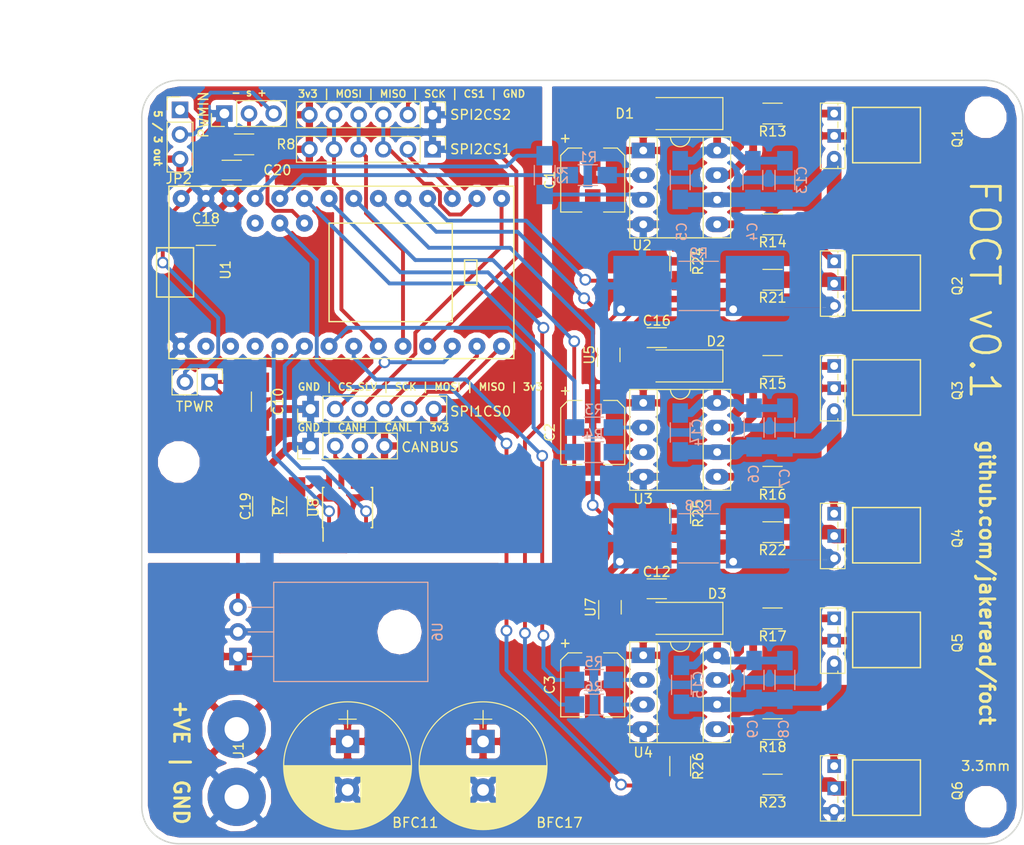
<source format=kicad_pcb>
(kicad_pcb (version 4) (host pcbnew 4.0.4-stable)
  (layers (0 F.Cu signal) (31 B.Cu signal) (34 B.Paste user) (35 F.Paste user) (36 B.SilkS user) (37 F.SilkS user) (38 B.Mask user) (39 F.Mask user) (44 Edge.Cuts user))
  (net 0 "")
  (net 1 VCC)
  (net 2 GND)
  (net 3 "Net-(C10-Pad1)")
  (net 4 CS2)
  (net 5 SCK2)
  (net 6 MOSI2)
  (net 7 3v3)
  (net 8 MISO2)
  (net 9 CS1)
  (net 10 SCK1)
  (net 11 MOSI1)
  (net 12 MISO1)
  (net 13 "Net-(Q1-Pad1)")
  (net 14 "Net-(Q2-Pad1)")
  (net 15 "Net-(Q3-Pad1)")
  (net 16 "Net-(Q4-Pad1)")
  (net 17 "Net-(Q4-Pad3)")
  (net 18 "Net-(Q5-Pad1)")
  (net 19 "Net-(Q6-Pad1)")
  (net 20 "Net-(R1-Pad1)")
  (net 21 "Net-(R2-Pad1)")
  (net 22 "Net-(R3-Pad1)")
  (net 23 "Net-(R4-Pad1)")
  (net 24 "Net-(R5-Pad1)")
  (net 25 "Net-(R6-Pad1)")
  (net 26 "Net-(R13-Pad2)")
  (net 27 "Net-(R14-Pad2)")
  (net 28 "Net-(R15-Pad2)")
  (net 29 "Net-(R16-Pad2)")
  (net 30 "Net-(R17-Pad2)")
  (net 31 "Net-(R18-Pad2)")
  (net 32 "Net-(U1-Pad0)")
  (net 33 "Net-(U1-Pad1)")
  (net 34 "Net-(Q2-Pad3)")
  (net 35 PHASE_U)
  (net 36 "Net-(C13-Pad2)")
  (net 37 PHASE_V)
  (net 38 "Net-(C14-Pad2)")
  (net 39 PHASE_W)
  (net 40 "Net-(C15-Pad2)")
  (net 41 HI_U)
  (net 42 LO_U)
  (net 43 HI_W)
  (net 44 LO_W)
  (net 45 "Net-(R7-Pad2)")
  (net 46 V_SENS_U)
  (net 47 V_SENS_V)
  (net 48 V_SENS_W)
  (net 49 "Net-(U1-Pad2)")
  (net 50 LO_V)
  (net 51 A_SENS_U)
  (net 52 A_SENS_V)
  (net 53 HI_V)
  (net 54 "Net-(U1-Pad31)")
  (net 55 "Net-(P1-Pad2)")
  (net 56 CS0)
  (net 57 "Net-(P3-Pad2)")
  (net 58 "Net-(P3-Pad3)")
  (net 59 CANTX)
  (net 60 CANRX)
  (net 61 "Net-(U8-Pad5)")
  (net 62 5v)
  (net 63 "Net-(C20-Pad2)")
  (net 64 "Net-(JP2-Pad2)")
  (module Capacitors_SMD:CP_Elec_6.3x7.7 (layer F.Cu) (at 123.698 79.883 270)
    (fp_text reference C1 (at 0 4.43 270) (layer F.SilkS))
    (fp_text value 56uF)
    (fp_text user + (at -4.28 2.91 270) (layer F.SilkS))
    (pad 1 smd rect (at -2.7 0 90) (size 3.5 1.6) (layers F.Cu F.Paste F.Mask) (net 1 VCC))
    (pad 2 smd rect (at 2.7 0 90) (size 3.5 1.6) (layers F.Cu F.Paste F.Mask) (net 2 GND))
  )
  (module teensy_3-2_bottomLess:Teensy3.2-bottomLess (layer F.Cu) (at 96.52 89.408 90)
    (fp_text reference U1 (at 0.254 -10.668 90) (layer F.SilkS))
    (fp_text value teensy_3-2)
    (pad 29 thru_hole circle (at 5.08 -2.54 90) (size 1.75 1.75) (drill 0.762) (layers *.Cu *.Mask) (net 63 "Net-(C20-Pad2)"))
    (pad 30 thru_hole circle (at 5.08 -5.08 90) (size 1.75 1.75) (drill 0.762) (layers *.Cu *.Mask) (net 48 V_SENS_W))
    (pad 31 thru_hole circle (at 5.08 -7.62 90) (size 1.75 1.75) (drill 0.762) (layers *.Cu *.Mask) (net 54 "Net-(U1-Pad31)"))
    (pad 0 thru_hole circle (at -7.62 -12.7 90) (size 1.75 1.75) (drill 0.762) (layers *.Cu *.Mask) (net 32 "Net-(U1-Pad0)"))
    (pad 1 thru_hole circle (at -7.62 -10.16 90) (size 1.75 1.75) (drill 0.762) (layers *.Cu *.Mask) (net 33 "Net-(U1-Pad1)"))
    (pad 2 thru_hole circle (at -7.62 -7.62 90) (size 1.75 1.75) (drill 0.762) (layers *.Cu *.Mask) (net 49 "Net-(U1-Pad2)"))
    (pad 3 thru_hole circle (at -7.62 -5.08 90) (size 1.75 1.75) (drill 0.762) (layers *.Cu *.Mask) (net 59 CANTX))
    (pad 4 thru_hole circle (at -7.62 -2.54 90) (size 1.75 1.75) (drill 0.762) (layers *.Cu *.Mask) (net 60 CANRX))
    (pad 5 thru_hole circle (at -7.62 0 90) (size 1.75 1.75) (drill 0.762) (layers *.Cu *.Mask) (net 50 LO_V))
    (pad 6 thru_hole circle (at -7.62 2.54 90) (size 1.75 1.75) (drill 0.762) (layers *.Cu *.Mask) (net 43 HI_W))
    (pad 7 thru_hole circle (at -7.62 5.08 90) (size 1.75 1.75) (drill 0.762) (layers *.Cu *.Mask) (net 6 MOSI2))
    (pad 8 thru_hole circle (at -7.62 7.62 90) (size 1.75 1.75) (drill 0.762) (layers *.Cu *.Mask) (net 8 MISO2))
    (pad 9 thru_hole circle (at -7.62 10.16 90) (size 1.75 1.75) (drill 0.762) (layers *.Cu *.Mask) (net 4 CS2))
    (pad 10 thru_hole circle (at -7.62 12.7 90) (size 1.75 1.75) (drill 0.762) (layers *.Cu *.Mask) (net 56 CS0))
    (pad 11 thru_hole circle (at -7.62 15.24 90) (size 1.75 1.75) (drill 0.762) (layers *.Cu *.Mask) (net 11 MOSI1))
    (pad 12 thru_hole circle (at -7.62 17.78 90) (size 1.75 1.75) (drill 0.762) (layers *.Cu *.Mask) (net 12 MISO1))
    (pad 13 thru_hole circle (at 7.62 17.78 90) (size 1.75 1.75) (drill 0.762) (layers *.Cu *.Mask) (net 10 SCK1))
    (pad 14 thru_hole circle (at 7.62 15.24 90) (size 1.75 1.75) (drill 0.762) (layers *.Cu *.Mask) (net 5 SCK2))
    (pad 15 thru_hole circle (at 7.62 12.7 90) (size 1.75 1.75) (drill 0.762) (layers *.Cu *.Mask) (net 9 CS1))
    (pad 16 thru_hole circle (at 7.62 10.16 90) (size 1.75 1.75) (drill 0.762) (layers *.Cu *.Mask) (net 46 V_SENS_U))
    (pad 17 thru_hole circle (at 7.62 7.62 90) (size 1.75 1.75) (drill 0.762) (layers *.Cu *.Mask) (net 51 A_SENS_U))
    (pad 18 thru_hole circle (at 7.62 5.08 90) (size 1.75 1.75) (drill 0.762) (layers *.Cu *.Mask) (net 47 V_SENS_V))
    (pad 19 thru_hole circle (at 7.62 2.54 90) (size 1.75 1.75) (drill 0.762) (layers *.Cu *.Mask) (net 52 A_SENS_V))
    (pad 20 thru_hole circle (at 7.62 0 90) (size 1.75 1.75) (drill 0.762) (layers *.Cu *.Mask) (net 44 LO_W))
    (pad 21 thru_hole circle (at 7.62 -2.54 90) (size 1.75 1.75) (drill 0.762) (layers *.Cu *.Mask) (net 53 HI_V))
    (pad 22 thru_hole circle (at 7.62 -5.08 90) (size 1.75 1.75) (drill 0.762) (layers *.Cu *.Mask) (net 41 HI_U))
    (pad 23 thru_hole circle (at 7.62 -7.62 90) (size 1.75 1.75) (drill 0.762) (layers *.Cu *.Mask) (net 42 LO_U))
    (pad 24 thru_hole circle (at 7.62 -10.16 90) (size 1.75 1.75) (drill 0.762) (layers *.Cu *.Mask) (net 7 3v3))
    (pad 25 thru_hole circle (at 7.62 -12.7 90) (size 1.75 1.75) (drill 0.762) (layers *.Cu *.Mask) (net 2 GND))
    (pad 26 thru_hole circle (at 7.62 -15.24 90) (size 1.75 1.75) (drill 0.762) (layers *.Cu *.Mask) (net 62 5v))
    (pad 27 thru_hole circle (at -7.62 -15.24 90) (size 1.75 1.75) (drill 0.762) (layers *.Cu *.Mask) (net 2 GND))
  )
  (module Housings_DIP:DIP-8_W7.62mm_Socket_LongPads (layer F.Cu) (at 128.905 76.835)
    (fp_text reference U2 (at -0.127 9.779) (layer F.SilkS))
    (fp_text value IR2101)
    (pad 1 thru_hole rect (at 0 0) (size 2.4 1.6) (drill 0.8) (layers *.Cu *.Mask) (net 1 VCC))
    (pad 5 thru_hole oval (at 7.62 7.62) (size 2.4 1.6) (drill 0.8) (layers *.Cu *.Mask) (net 27 "Net-(R14-Pad2)"))
    (pad 2 thru_hole oval (at 0 2.54) (size 2.4 1.6) (drill 0.8) (layers *.Cu *.Mask) (net 20 "Net-(R1-Pad1)"))
    (pad 6 thru_hole oval (at 7.62 5.08) (size 2.4 1.6) (drill 0.8) (layers *.Cu *.Mask) (net 35 PHASE_U))
    (pad 3 thru_hole oval (at 0 5.08) (size 2.4 1.6) (drill 0.8) (layers *.Cu *.Mask) (net 21 "Net-(R2-Pad1)"))
    (pad 7 thru_hole oval (at 7.62 2.54) (size 2.4 1.6) (drill 0.8) (layers *.Cu *.Mask) (net 26 "Net-(R13-Pad2)"))
    (pad 4 thru_hole oval (at 0 7.62) (size 2.4 1.6) (drill 0.8) (layers *.Cu *.Mask) (net 2 GND))
    (pad 8 thru_hole oval (at 7.62 0) (size 2.4 1.6) (drill 0.8) (layers *.Cu *.Mask) (net 36 "Net-(C13-Pad2)"))
  )
  (module Capacitors_SMD:C_1206_HandSoldering (layer B.Cu) (at 140.208 79.883 90)
    (fp_text reference C4 (at -5.325 -0.045 90) (layer B.SilkS) (effects (justify mirror)))
    (fp_text value 10uF)
    (pad 1 smd rect (at -2 0 90) (size 2 1.6) (layers B.Cu B.Paste B.Mask) (net 35 PHASE_U))
    (pad 2 smd rect (at 2 0 90) (size 2 1.6) (layers B.Cu B.Paste B.Mask) (net 36 "Net-(C13-Pad2)"))
  )
  (module Capacitors_SMD:C_1206_HandSoldering (layer B.Cu) (at 132.715 79.883 90)
    (fp_text reference C5 (at -5.325 0.165 90) (layer B.SilkS) (effects (justify mirror)))
    (fp_text value 0.1uF)
    (pad 1 smd rect (at -2 0 90) (size 2 1.6) (layers B.Cu B.Paste B.Mask) (net 35 PHASE_U))
    (pad 2 smd rect (at 2 0 90) (size 2 1.6) (layers B.Cu B.Paste B.Mask) (net 36 "Net-(C13-Pad2)"))
  )
  (module Capacitors_SMD:C_1206_HandSoldering (layer B.Cu) (at 140.335 105.41 90)
    (fp_text reference C6 (at -4.79 -0.035 90) (layer B.SilkS) (effects (justify mirror)))
    (fp_text value 10uF)
    (pad 1 smd rect (at -2 0 90) (size 2 1.6) (layers B.Cu B.Paste B.Mask) (net 37 PHASE_V))
    (pad 2 smd rect (at 2 0 90) (size 2 1.6) (layers B.Cu B.Paste B.Mask) (net 38 "Net-(C14-Pad2)"))
  )
  (module Capacitors_SMD:C_1206_HandSoldering (layer B.Cu) (at 143.51 105.41 90)
    (fp_text reference C7 (at -5.19 -0.01 90) (layer B.SilkS) (effects (justify mirror)))
    (fp_text value 0.1uF)
    (pad 1 smd rect (at -2 0 90) (size 2 1.6) (layers B.Cu B.Paste B.Mask) (net 37 PHASE_V))
    (pad 2 smd rect (at 2 0 90) (size 2 1.6) (layers B.Cu B.Paste B.Mask) (net 38 "Net-(C14-Pad2)"))
  )
  (module Capacitors_SMD:C_1206_HandSoldering (layer B.Cu) (at 143.51 131.445 90)
    (fp_text reference C8 (at -5.055 -0.11 90) (layer B.SilkS) (effects (justify mirror)))
    (fp_text value 10uF)
    (pad 1 smd rect (at -2 0 90) (size 2 1.6) (layers B.Cu B.Paste B.Mask) (net 39 PHASE_W))
    (pad 2 smd rect (at 2 0 90) (size 2 1.6) (layers B.Cu B.Paste B.Mask) (net 40 "Net-(C15-Pad2)"))
  )
  (module Capacitors_SMD:C_1206_HandSoldering (layer B.Cu) (at 140.335 131.445 90)
    (fp_text reference C9 (at -5.055 -0.135 90) (layer B.SilkS) (effects (justify mirror)))
    (fp_text value 0.1uF)
    (pad 1 smd rect (at -2 0 90) (size 2 1.6) (layers B.Cu B.Paste B.Mask) (net 39 PHASE_W))
    (pad 2 smd rect (at 2 0 90) (size 2 1.6) (layers B.Cu B.Paste B.Mask) (net 40 "Net-(C15-Pad2)"))
  )
  (module Capacitors_SMD:C_1206_HandSoldering (layer F.Cu) (at 89.535 102.743 270)
    (fp_text reference C10 (at 0 -1.75 270) (layer F.SilkS))
    (fp_text value 10uF)
    (pad 1 smd rect (at -2 0 270) (size 2 1.6) (layers F.Cu F.Paste F.Mask) (net 3 "Net-(C10-Pad1)"))
    (pad 2 smd rect (at 2 0 270) (size 2 1.6) (layers F.Cu F.Paste F.Mask) (net 2 GND))
  )
  (module Diodes_SMD:D_SMA_Handsoldering (layer F.Cu) (at 132.715 73.025 180)
    (fp_text reference D1 (at 5.715 0 180) (layer F.SilkS))
    (fp_text value 1N4001)
    (pad 1 smd rect (at -2.5 0 180) (size 3.5 1.8) (layers F.Cu F.Paste F.Mask) (net 36 "Net-(C13-Pad2)"))
    (pad 2 smd rect (at 2.5 0 180) (size 3.5 1.8) (layers F.Cu F.Paste F.Mask) (net 1 VCC))
  )
  (module Diodes_SMD:D_SMA_Handsoldering (layer F.Cu) (at 132.715 99.06 180)
    (fp_text reference D2 (at -3.683 2.54 180) (layer F.SilkS))
    (fp_text value 1N4001)
    (pad 1 smd rect (at -2.5 0 180) (size 3.5 1.8) (layers F.Cu F.Paste F.Mask) (net 38 "Net-(C14-Pad2)"))
    (pad 2 smd rect (at 2.5 0 180) (size 3.5 1.8) (layers F.Cu F.Paste F.Mask) (net 1 VCC))
  )
  (module Diodes_SMD:D_SMA_Handsoldering (layer F.Cu) (at 132.715 125.095 180)
    (fp_text reference D3 (at -3.81 2.54 180) (layer F.SilkS))
    (fp_text value 1N4001)
    (pad 1 smd rect (at -2.5 0 180) (size 3.5 1.8) (layers F.Cu F.Paste F.Mask) (net 40 "Net-(C15-Pad2)"))
    (pad 2 smd rect (at 2.5 0 180) (size 3.5 1.8) (layers F.Cu F.Paste F.Mask) (net 1 VCC))
  )
  (module Wire_Connections_Bridges:WireConnection_2.50mmDrill_LargePad (layer F.Cu) (at 86.995 143.51 90)
    (fp_text reference J1 (at 4.8514 0.2032 90) (layer F.SilkS))
    (fp_text value CONN_01X02)
    (pad 1 thru_hole circle (at 0 0 90) (size 5.99948 5.99948) (drill 2.49936) (layers *.Cu *.Mask) (net 2 GND))
    (pad 2 thru_hole circle (at 6.985 0 90) (size 5.99948 5.99948) (drill 2.49936) (layers *.Cu *.Mask) (net 1 VCC))
  )
  (module Resistors_SMD:R_1206_HandSoldering (layer B.Cu) (at 123.19 79.375 180)
    (fp_text reference R1 (at 0 1.85 180) (layer B.SilkS) (effects (justify mirror)))
    (fp_text value 220R)
    (pad 1 smd rect (at -2 0 180) (size 2 1.7) (layers B.Cu B.Paste B.Mask) (net 20 "Net-(R1-Pad1)"))
    (pad 2 smd rect (at 2 0 180) (size 2 1.7) (layers B.Cu B.Paste B.Mask) (net 41 HI_U))
  )
  (module Resistors_SMD:R_1206_HandSoldering (layer B.Cu) (at 118.745 79.375 90)
    (fp_text reference R2 (at 0 1.85 90) (layer B.SilkS) (effects (justify mirror)))
    (fp_text value 220R)
    (pad 1 smd rect (at -2 0 90) (size 2 1.7) (layers B.Cu B.Paste B.Mask) (net 21 "Net-(R2-Pad1)"))
    (pad 2 smd rect (at 2 0 90) (size 2 1.7) (layers B.Cu B.Paste B.Mask) (net 42 LO_U))
  )
  (module Resistors_SMD:R_1206_HandSoldering (layer B.Cu) (at 123.825 105.41 180)
    (fp_text reference R3 (at 0 1.85 180) (layer B.SilkS) (effects (justify mirror)))
    (fp_text value 220R)
    (pad 1 smd rect (at -2 0 180) (size 2 1.7) (layers B.Cu B.Paste B.Mask) (net 22 "Net-(R3-Pad1)"))
    (pad 2 smd rect (at 2 0 180) (size 2 1.7) (layers B.Cu B.Paste B.Mask) (net 53 HI_V))
  )
  (module Resistors_SMD:R_1206_HandSoldering (layer B.Cu) (at 123.825 107.95 180)
    (fp_text reference R4 (at 0 1.85 180) (layer B.SilkS) (effects (justify mirror)))
    (fp_text value 220R)
    (pad 1 smd rect (at -2 0 180) (size 2 1.7) (layers B.Cu B.Paste B.Mask) (net 23 "Net-(R4-Pad1)"))
    (pad 2 smd rect (at 2 0 180) (size 2 1.7) (layers B.Cu B.Paste B.Mask) (net 50 LO_V))
  )
  (module Resistors_SMD:R_1206_HandSoldering (layer B.Cu) (at 123.825 131.445 180)
    (fp_text reference R5 (at 0 1.85 180) (layer B.SilkS) (effects (justify mirror)))
    (fp_text value 220R)
    (pad 1 smd rect (at -2 0 180) (size 2 1.7) (layers B.Cu B.Paste B.Mask) (net 24 "Net-(R5-Pad1)"))
    (pad 2 smd rect (at 2 0 180) (size 2 1.7) (layers B.Cu B.Paste B.Mask) (net 43 HI_W))
  )
  (module Resistors_SMD:R_1206_HandSoldering (layer B.Cu) (at 123.825 133.985 180)
    (fp_text reference R6 (at 0 1.85 180) (layer B.SilkS) (effects (justify mirror)))
    (fp_text value 220R)
    (pad 1 smd rect (at -2 0 180) (size 2 1.7) (layers B.Cu B.Paste B.Mask) (net 25 "Net-(R6-Pad1)"))
    (pad 2 smd rect (at 2 0 180) (size 2 1.7) (layers B.Cu B.Paste B.Mask) (net 44 LO_W))
  )
  (module R_SHUNT_3920:R_2816_HandSoldering (layer B.Cu) (at 134.62 90.805 180)
    (fp_text reference R9 (at 0 3.36 180) (layer B.SilkS) (effects (justify mirror)))
    (fp_text value .001)
    (pad 1 smd rect (at -5.8 0 180) (size 6 6.2) (layers B.Cu B.Paste B.Mask) (net 34 "Net-(Q2-Pad3)"))
    (pad 2 smd rect (at 5.8 0 180) (size 6 6.2) (layers B.Cu B.Paste B.Mask) (net 2 GND))
  )
  (module Resistors_SMD:R_1206_HandSoldering (layer F.Cu) (at 142.24 73.025 180)
    (fp_text reference R13 (at 0 -1.85 180) (layer F.SilkS))
    (fp_text value 4R7)
    (pad 1 smd rect (at -2 0 180) (size 2 1.7) (layers F.Cu F.Paste F.Mask) (net 13 "Net-(Q1-Pad1)"))
    (pad 2 smd rect (at 2 0 180) (size 2 1.7) (layers F.Cu F.Paste F.Mask) (net 26 "Net-(R13-Pad2)"))
  )
  (module Resistors_SMD:R_1206_HandSoldering (layer F.Cu) (at 142.24 84.455 180)
    (fp_text reference R14 (at 0 -1.85 180) (layer F.SilkS))
    (fp_text value 4R7)
    (pad 1 smd rect (at -2 0 180) (size 2 1.7) (layers F.Cu F.Paste F.Mask) (net 14 "Net-(Q2-Pad1)"))
    (pad 2 smd rect (at 2 0 180) (size 2 1.7) (layers F.Cu F.Paste F.Mask) (net 27 "Net-(R14-Pad2)"))
  )
  (module Resistors_SMD:R_1206_HandSoldering (layer F.Cu) (at 142.24 99.06 180)
    (fp_text reference R15 (at 0 -1.85 180) (layer F.SilkS))
    (fp_text value 4R7)
    (pad 1 smd rect (at -2 0 180) (size 2 1.7) (layers F.Cu F.Paste F.Mask) (net 15 "Net-(Q3-Pad1)"))
    (pad 2 smd rect (at 2 0 180) (size 2 1.7) (layers F.Cu F.Paste F.Mask) (net 28 "Net-(R15-Pad2)"))
  )
  (module Resistors_SMD:R_1206_HandSoldering (layer F.Cu) (at 142.24 110.49 180)
    (fp_text reference R16 (at 0 -1.85 180) (layer F.SilkS))
    (fp_text value 4R7)
    (pad 1 smd rect (at -2 0 180) (size 2 1.7) (layers F.Cu F.Paste F.Mask) (net 16 "Net-(Q4-Pad1)"))
    (pad 2 smd rect (at 2 0 180) (size 2 1.7) (layers F.Cu F.Paste F.Mask) (net 29 "Net-(R16-Pad2)"))
  )
  (module Resistors_SMD:R_1206_HandSoldering (layer F.Cu) (at 142.24 125.095 180)
    (fp_text reference R17 (at 0 -1.85 180) (layer F.SilkS))
    (fp_text value 4R7)
    (pad 1 smd rect (at -2 0 180) (size 2 1.7) (layers F.Cu F.Paste F.Mask) (net 18 "Net-(Q5-Pad1)"))
    (pad 2 smd rect (at 2 0 180) (size 2 1.7) (layers F.Cu F.Paste F.Mask) (net 30 "Net-(R17-Pad2)"))
  )
  (module Resistors_SMD:R_1206_HandSoldering (layer F.Cu) (at 142.24 136.525 180)
    (fp_text reference R18 (at 0 -1.85 180) (layer F.SilkS))
    (fp_text value 4R7)
    (pad 1 smd rect (at -2 0 180) (size 2 1.7) (layers F.Cu F.Paste F.Mask) (net 19 "Net-(Q6-Pad1)"))
    (pad 2 smd rect (at 2 0 180) (size 2 1.7) (layers F.Cu F.Paste F.Mask) (net 31 "Net-(R18-Pad2)"))
  )
  (module Resistors_SMD:R_1206_HandSoldering (layer F.Cu) (at 142.24 90.17 180)
    (fp_text reference R21 (at 0 -1.85 180) (layer F.SilkS))
    (fp_text value 39K)
    (pad 1 smd rect (at -2 0 180) (size 2 1.7) (layers F.Cu F.Paste F.Mask) (net 35 PHASE_U))
    (pad 2 smd rect (at 2 0 180) (size 2 1.7) (layers F.Cu F.Paste F.Mask) (net 46 V_SENS_U))
  )
  (module Resistors_SMD:R_1206_HandSoldering (layer F.Cu) (at 142.24 116.205 180)
    (fp_text reference R22 (at 0 -1.85 180) (layer F.SilkS))
    (fp_text value 39K)
    (pad 1 smd rect (at -2 0 180) (size 2 1.7) (layers F.Cu F.Paste F.Mask) (net 37 PHASE_V))
    (pad 2 smd rect (at 2 0 180) (size 2 1.7) (layers F.Cu F.Paste F.Mask) (net 47 V_SENS_V))
  )
  (module TO_SOT_Packages_THT:TO-220_Horizontal (layer B.Cu) (at 87.122 129.032 90)
    (fp_text reference U6 (at 2.54 20.58 90) (layer B.SilkS) (effects (justify mirror)))
    (fp_text value LM7805)
    (pad 0 np_thru_hole oval (at 2.54 16.66 90) (size 3.5 3.5) (drill 3.5) (layers *.Cu *.Mask))
    (pad 1 thru_hole rect (at 0 0 90) (size 1.8 1.8) (drill 1) (layers *.Cu *.Mask) (net 1 VCC))
    (pad 2 thru_hole oval (at 2.54 0 90) (size 1.8 1.8) (drill 1) (layers *.Cu *.Mask) (net 2 GND))
    (pad 3 thru_hole oval (at 5.08 0 90) (size 1.8 1.8) (drill 1) (layers *.Cu *.Mask) (net 3 "Net-(C10-Pad1)"))
  )
  (module TO-251_IPAK_Slammed:TO-251_IPAK_Vertical (layer F.Cu) (at 148.59 99.06 270)
    (fp_text reference Q3 (at 2.54 -12.7 270) (layer F.SilkS))
    (fp_text value Q_NMOS_GDS)
    (pad 1 thru_hole rect (at 0 0 270) (size 1.4 1.4) (drill 0.8) (layers *.Cu *.Mask) (net 15 "Net-(Q3-Pad1)"))
    (pad 2 thru_hole rect (at 2.3 0 270) (size 1.4 1.4) (drill 0.8) (layers *.Cu *.Mask) (net 1 VCC))
    (pad 3 thru_hole oval (at 4.6 0 270) (size 1.4 1.4) (drill 0.8) (layers *.Cu *.Mask) (net 37 PHASE_V))
    (pad 2 smd rect (at 2.3 -6.5 270) (size 6.75 9.5) (layers F.Cu F.Paste F.Mask) (net 1 VCC))
  )
  (module TO-251_IPAK_Slammed:TO-251_IPAK_Vertical (layer F.Cu) (at 148.59 73.025 270)
    (fp_text reference Q1 (at 2.54 -12.7 270) (layer F.SilkS))
    (fp_text value Q_NMOS_GDS)
    (pad 1 thru_hole rect (at 0 0 270) (size 1.4 1.4) (drill 0.8) (layers *.Cu *.Mask) (net 13 "Net-(Q1-Pad1)"))
    (pad 2 thru_hole rect (at 2.3 0 270) (size 1.4 1.4) (drill 0.8) (layers *.Cu *.Mask) (net 1 VCC))
    (pad 3 thru_hole oval (at 4.6 0 270) (size 1.4 1.4) (drill 0.8) (layers *.Cu *.Mask) (net 35 PHASE_U))
    (pad 2 smd rect (at 2.3 -6.5 270) (size 6.75 9.5) (layers F.Cu F.Paste F.Mask) (net 1 VCC))
  )
  (module TO-251_IPAK_Slammed:TO-251_IPAK_Vertical (layer F.Cu) (at 148.59 114.3 270)
    (fp_text reference Q4 (at 2.54 -12.7 270) (layer F.SilkS))
    (fp_text value Q_NMOS_GDS)
    (pad 1 thru_hole rect (at 0 0 270) (size 1.4 1.4) (drill 0.8) (layers *.Cu *.Mask) (net 16 "Net-(Q4-Pad1)"))
    (pad 2 thru_hole rect (at 2.3 0 270) (size 1.4 1.4) (drill 0.8) (layers *.Cu *.Mask) (net 37 PHASE_V))
    (pad 3 thru_hole oval (at 4.6 0 270) (size 1.4 1.4) (drill 0.8) (layers *.Cu *.Mask) (net 17 "Net-(Q4-Pad3)"))
    (pad 2 smd rect (at 2.3 -6.5 270) (size 6.75 9.5) (layers F.Cu F.Paste F.Mask) (net 37 PHASE_V))
  )
  (module TO-251_IPAK_Slammed:TO-251_IPAK_Vertical (layer F.Cu) (at 148.59 125.095 270)
    (fp_text reference Q5 (at 2.54 -12.7 270) (layer F.SilkS))
    (fp_text value Q_NMOS_GDS)
    (pad 1 thru_hole rect (at 0 0 270) (size 1.4 1.4) (drill 0.8) (layers *.Cu *.Mask) (net 18 "Net-(Q5-Pad1)"))
    (pad 2 thru_hole rect (at 2.3 0 270) (size 1.4 1.4) (drill 0.8) (layers *.Cu *.Mask) (net 1 VCC))
    (pad 3 thru_hole oval (at 4.6 0 270) (size 1.4 1.4) (drill 0.8) (layers *.Cu *.Mask) (net 39 PHASE_W))
    (pad 2 smd rect (at 2.3 -6.5 270) (size 6.75 9.5) (layers F.Cu F.Paste F.Mask) (net 1 VCC))
  )
  (module TO-251_IPAK_Slammed:TO-251_IPAK_Vertical (layer F.Cu) (at 148.59 140.335 270)
    (fp_text reference Q6 (at 2.54 -12.7 270) (layer F.SilkS))
    (fp_text value Q_NMOS_GDS)
    (pad 1 thru_hole rect (at 0 0 270) (size 1.4 1.4) (drill 0.8) (layers *.Cu *.Mask) (net 19 "Net-(Q6-Pad1)"))
    (pad 2 thru_hole rect (at 2.3 0 270) (size 1.4 1.4) (drill 0.8) (layers *.Cu *.Mask) (net 39 PHASE_W))
    (pad 3 thru_hole oval (at 4.6 0 270) (size 1.4 1.4) (drill 0.8) (layers *.Cu *.Mask) (net 2 GND))
    (pad 2 smd rect (at 2.3 -6.5 270) (size 6.75 9.5) (layers F.Cu F.Paste F.Mask) (net 39 PHASE_W))
  )
  (module Resistors_SMD:R_1206_HandSoldering (layer F.Cu) (at 142.24 142.24 180)
    (fp_text reference R23 (at 0 -1.85 180) (layer F.SilkS))
    (fp_text value 39K)
    (pad 1 smd rect (at -2 0 180) (size 2 1.7) (layers F.Cu F.Paste F.Mask) (net 39 PHASE_W))
    (pad 2 smd rect (at 2 0 180) (size 2 1.7) (layers F.Cu F.Paste F.Mask) (net 48 V_SENS_W))
  )
  (module Resistors_SMD:R_1206_HandSoldering (layer F.Cu) (at 132.715 88.265 270)
    (fp_text reference R24 (at 0 -1.85 270) (layer F.SilkS))
    (fp_text value 5K6)
    (pad 1 smd rect (at -2 0 270) (size 2 1.7) (layers F.Cu F.Paste F.Mask) (net 2 GND))
    (pad 2 smd rect (at 2 0 270) (size 2 1.7) (layers F.Cu F.Paste F.Mask) (net 46 V_SENS_U))
  )
  (module Resistors_SMD:R_1206_HandSoldering (layer F.Cu) (at 132.715 114.3 270)
    (fp_text reference R25 (at 0 -1.85 270) (layer F.SilkS))
    (fp_text value 5K6)
    (pad 1 smd rect (at -2 0 270) (size 2 1.7) (layers F.Cu F.Paste F.Mask) (net 2 GND))
    (pad 2 smd rect (at 2 0 270) (size 2 1.7) (layers F.Cu F.Paste F.Mask) (net 47 V_SENS_V))
  )
  (module Resistors_SMD:R_1206_HandSoldering (layer F.Cu) (at 132.715 140.335 270)
    (fp_text reference R26 (at 0 -1.85 270) (layer F.SilkS))
    (fp_text value 5K6)
    (pad 1 smd rect (at -2 0 270) (size 2 1.7) (layers F.Cu F.Paste F.Mask) (net 2 GND))
    (pad 2 smd rect (at 2 0 270) (size 2 1.7) (layers F.Cu F.Paste F.Mask) (net 48 V_SENS_W))
  )
  (module R_SHUNT_3920:R_2816_HandSoldering (layer B.Cu) (at 134.62 116.84 180)
    (fp_text reference R28 (at 0 3.36 180) (layer B.SilkS) (effects (justify mirror)))
    (fp_text value .001)
    (pad 1 smd rect (at -5.8 0 180) (size 6 6.2) (layers B.Cu B.Paste B.Mask) (net 17 "Net-(Q4-Pad3)"))
    (pad 2 smd rect (at 5.8 0 180) (size 6 6.2) (layers B.Cu B.Paste B.Mask) (net 2 GND))
  )
  (module Housings_DIP:DIP-8_W7.62mm_Socket_LongPads (layer F.Cu) (at 128.905 102.87)
    (fp_text reference U3 (at 0 9.906) (layer F.SilkS))
    (fp_text value IR2101)
    (pad 1 thru_hole rect (at 0 0) (size 2.4 1.6) (drill 0.8) (layers *.Cu *.Mask) (net 1 VCC))
    (pad 5 thru_hole oval (at 7.62 7.62) (size 2.4 1.6) (drill 0.8) (layers *.Cu *.Mask) (net 29 "Net-(R16-Pad2)"))
    (pad 2 thru_hole oval (at 0 2.54) (size 2.4 1.6) (drill 0.8) (layers *.Cu *.Mask) (net 22 "Net-(R3-Pad1)"))
    (pad 6 thru_hole oval (at 7.62 5.08) (size 2.4 1.6) (drill 0.8) (layers *.Cu *.Mask) (net 37 PHASE_V))
    (pad 3 thru_hole oval (at 0 5.08) (size 2.4 1.6) (drill 0.8) (layers *.Cu *.Mask) (net 23 "Net-(R4-Pad1)"))
    (pad 7 thru_hole oval (at 7.62 2.54) (size 2.4 1.6) (drill 0.8) (layers *.Cu *.Mask) (net 28 "Net-(R15-Pad2)"))
    (pad 4 thru_hole oval (at 0 7.62) (size 2.4 1.6) (drill 0.8) (layers *.Cu *.Mask) (net 2 GND))
    (pad 8 thru_hole oval (at 7.62 0) (size 2.4 1.6) (drill 0.8) (layers *.Cu *.Mask) (net 38 "Net-(C14-Pad2)"))
  )
  (module Housings_DIP:DIP-8_W7.62mm_Socket_LongPads (layer F.Cu) (at 128.905 128.905)
    (fp_text reference U4 (at 0 10.033) (layer F.SilkS))
    (fp_text value IR2101)
    (pad 1 thru_hole rect (at 0 0) (size 2.4 1.6) (drill 0.8) (layers *.Cu *.Mask) (net 1 VCC))
    (pad 5 thru_hole oval (at 7.62 7.62) (size 2.4 1.6) (drill 0.8) (layers *.Cu *.Mask) (net 31 "Net-(R18-Pad2)"))
    (pad 2 thru_hole oval (at 0 2.54) (size 2.4 1.6) (drill 0.8) (layers *.Cu *.Mask) (net 24 "Net-(R5-Pad1)"))
    (pad 6 thru_hole oval (at 7.62 5.08) (size 2.4 1.6) (drill 0.8) (layers *.Cu *.Mask) (net 39 PHASE_W))
    (pad 3 thru_hole oval (at 0 5.08) (size 2.4 1.6) (drill 0.8) (layers *.Cu *.Mask) (net 25 "Net-(R6-Pad1)"))
    (pad 7 thru_hole oval (at 7.62 2.54) (size 2.4 1.6) (drill 0.8) (layers *.Cu *.Mask) (net 30 "Net-(R17-Pad2)"))
    (pad 4 thru_hole oval (at 0 7.62) (size 2.4 1.6) (drill 0.8) (layers *.Cu *.Mask) (net 2 GND))
    (pad 8 thru_hole oval (at 7.62 0) (size 2.4 1.6) (drill 0.8) (layers *.Cu *.Mask) (net 40 "Net-(C15-Pad2)"))
  )
  (module Capacitors_ThroughHole:CP_Radial_D13.0mm_P5.00mm (layer F.Cu) (at 98.425 137.795 270)
    (fp_text reference BFC11 (at 8.382 -6.985 360) (layer F.SilkS))
    (fp_text value 2000uF)
    (pad 1 thru_hole rect (at 0 0 270) (size 2.4 2.4) (drill 1.2) (layers *.Cu *.Mask) (net 1 VCC))
    (pad 2 thru_hole circle (at 5 0 270) (size 2.4 2.4) (drill 1.2) (layers *.Cu *.Mask) (net 2 GND))
  )
  (module Capacitors_SMD:C_1206_HandSoldering (layer F.Cu) (at 130.302 122.047)
    (fp_text reference C12 (at 0 -1.75) (layer F.SilkS))
    (fp_text value 0.1uF)
    (pad 1 smd rect (at -2 0) (size 2 1.6) (layers F.Cu F.Paste F.Mask) (net 2 GND))
    (pad 2 smd rect (at 2 0) (size 2 1.6) (layers F.Cu F.Paste F.Mask) (net 1 VCC))
  )
  (module Capacitors_SMD:C_1206_HandSoldering (layer B.Cu) (at 143.51 79.883 90)
    (fp_text reference C13 (at 0 1.75 90) (layer B.SilkS) (effects (justify mirror)))
    (fp_text value 10uF)
    (pad 1 smd rect (at -2 0 90) (size 2 1.6) (layers B.Cu B.Paste B.Mask) (net 35 PHASE_U))
    (pad 2 smd rect (at 2 0 90) (size 2 1.6) (layers B.Cu B.Paste B.Mask) (net 36 "Net-(C13-Pad2)"))
  )
  (module Capacitors_SMD:C_1206_HandSoldering (layer B.Cu) (at 132.715 105.918 90)
    (fp_text reference C14 (at 0 1.75 90) (layer B.SilkS) (effects (justify mirror)))
    (fp_text value 10uF)
    (pad 1 smd rect (at -2 0 90) (size 2 1.6) (layers B.Cu B.Paste B.Mask) (net 37 PHASE_V))
    (pad 2 smd rect (at 2 0 90) (size 2 1.6) (layers B.Cu B.Paste B.Mask) (net 38 "Net-(C14-Pad2)"))
  )
  (module Capacitors_SMD:C_1206_HandSoldering (layer B.Cu) (at 132.842 131.953 90)
    (fp_text reference C15 (at 0 1.75 90) (layer B.SilkS) (effects (justify mirror)))
    (fp_text value 10uF)
    (pad 1 smd rect (at -2 0 90) (size 2 1.6) (layers B.Cu B.Paste B.Mask) (net 39 PHASE_W))
    (pad 2 smd rect (at 2 0 90) (size 2 1.6) (layers B.Cu B.Paste B.Mask) (net 40 "Net-(C15-Pad2)"))
  )
  (module Capacitors_SMD:C_1206_HandSoldering (layer F.Cu) (at 130.302 96.139)
    (fp_text reference C16 (at 0 -1.75) (layer F.SilkS))
    (fp_text value 0.1uF)
    (pad 1 smd rect (at -2 0) (size 2 1.6) (layers F.Cu F.Paste F.Mask) (net 2 GND))
    (pad 2 smd rect (at 2 0) (size 2 1.6) (layers F.Cu F.Paste F.Mask) (net 1 VCC))
  )
  (module Pin_Headers:Pin_Header_Straight_1x06_Pitch2.54mm (layer F.Cu) (at 107.188 73.152 270)
    (fp_text reference SPI2CS2 (at 0 -4.953 360) (layer F.SilkS))
    (fp_text value CONN_01X06)
    (pad 1 thru_hole rect (at 0 0 270) (size 1.7 1.7) (drill 1) (layers *.Cu *.Mask) (net 2 GND))
    (pad 2 thru_hole oval (at 0 2.54 270) (size 1.7 1.7) (drill 1) (layers *.Cu *.Mask) (net 4 CS2))
    (pad 3 thru_hole oval (at 0 5.08 270) (size 1.7 1.7) (drill 1) (layers *.Cu *.Mask) (net 5 SCK2))
    (pad 4 thru_hole oval (at 0 7.62 270) (size 1.7 1.7) (drill 1) (layers *.Cu *.Mask) (net 8 MISO2))
    (pad 5 thru_hole oval (at 0 10.16 270) (size 1.7 1.7) (drill 1) (layers *.Cu *.Mask) (net 6 MOSI2))
    (pad 6 thru_hole oval (at 0 12.7 270) (size 1.7 1.7) (drill 1) (layers *.Cu *.Mask) (net 7 3v3))
  )
  (module Pin_Headers:Pin_Header_Straight_1x06_Pitch2.54mm (layer F.Cu) (at 107.188 76.708 270)
    (fp_text reference SPI2CS1 (at 0 -4.953 360) (layer F.SilkS))
    (fp_text value CONN_01X06)
    (pad 1 thru_hole rect (at 0 0 270) (size 1.7 1.7) (drill 1) (layers *.Cu *.Mask) (net 2 GND))
    (pad 2 thru_hole oval (at 0 2.54 270) (size 1.7 1.7) (drill 1) (layers *.Cu *.Mask) (net 9 CS1))
    (pad 3 thru_hole oval (at 0 5.08 270) (size 1.7 1.7) (drill 1) (layers *.Cu *.Mask) (net 5 SCK2))
    (pad 4 thru_hole oval (at 0 7.62 270) (size 1.7 1.7) (drill 1) (layers *.Cu *.Mask) (net 8 MISO2))
    (pad 5 thru_hole oval (at 0 10.16 270) (size 1.7 1.7) (drill 1) (layers *.Cu *.Mask) (net 6 MOSI2))
    (pad 6 thru_hole oval (at 0 12.7 270) (size 1.7 1.7) (drill 1) (layers *.Cu *.Mask) (net 7 3v3))
  )
  (module Pin_Headers:Pin_Header_Straight_1x02_Pitch2.54mm (layer F.Cu) (at 84.201 100.711 270)
    (fp_text reference TPWR (at 2.54 1.524 360) (layer F.SilkS))
    (fp_text value JUMPER)
    (pad 1 thru_hole rect (at 0 0 270) (size 1.7 1.7) (drill 1) (layers *.Cu *.Mask) (net 3 "Net-(C10-Pad1)"))
    (pad 2 thru_hole oval (at 0 2.54 270) (size 1.7 1.7) (drill 1) (layers *.Cu *.Mask) (net 62 5v))
  )
  (module TO-251_IPAK_Slammed:TO-251_IPAK_Vertical (layer F.Cu) (at 148.59 88.265 270)
    (fp_text reference Q2 (at 2.54 -12.7 270) (layer F.SilkS))
    (fp_text value Q_NMOS_GDS)
    (pad 1 thru_hole rect (at 0 0 270) (size 1.4 1.4) (drill 0.8) (layers *.Cu *.Mask) (net 14 "Net-(Q2-Pad1)"))
    (pad 2 thru_hole rect (at 2.3 0 270) (size 1.4 1.4) (drill 0.8) (layers *.Cu *.Mask) (net 35 PHASE_U))
    (pad 3 thru_hole oval (at 4.6 0 270) (size 1.4 1.4) (drill 0.8) (layers *.Cu *.Mask) (net 34 "Net-(Q2-Pad3)"))
    (pad 2 smd rect (at 2.3 -6.5 270) (size 6.75 9.5) (layers F.Cu F.Paste F.Mask) (net 35 PHASE_U))
  )
  (module TO_SOT_Packages_SMD:SOT-363_SC-70-6_Handsoldering (layer F.Cu) (at 125.349 97.917 90)
    (fp_text reference U5 (at 0 -2 90) (layer F.SilkS))
    (fp_text value INA21x)
    (pad 1 smd rect (at -1.33 -0.65 90) (size 1.5 0.4) (layers F.Cu F.Paste F.Mask) (net 2 GND))
    (pad 2 smd rect (at -1.33 0 90) (size 1.5 0.4) (layers F.Cu F.Paste F.Mask) (net 2 GND))
    (pad 3 smd rect (at -1.33 0.65 90) (size 1.5 0.4) (layers F.Cu F.Paste F.Mask) (net 1 VCC))
    (pad 4 smd rect (at 1.33 0.65 90) (size 1.5 0.4) (layers F.Cu F.Paste F.Mask) (net 34 "Net-(Q2-Pad3)"))
    (pad 5 smd rect (at 1.33 0 90) (size 1.5 0.4) (layers F.Cu F.Paste F.Mask) (net 2 GND))
    (pad 6 smd rect (at 1.33 -0.65 90) (size 1.5 0.4) (layers F.Cu F.Paste F.Mask) (net 51 A_SENS_U))
  )
  (module TO_SOT_Packages_SMD:SOT-363_SC-70-6_Handsoldering (layer F.Cu) (at 125.476 123.952 90)
    (fp_text reference U7 (at 0 -2 90) (layer F.SilkS))
    (fp_text value INA21x)
    (pad 1 smd rect (at -1.33 -0.65 90) (size 1.5 0.4) (layers F.Cu F.Paste F.Mask) (net 2 GND))
    (pad 2 smd rect (at -1.33 0 90) (size 1.5 0.4) (layers F.Cu F.Paste F.Mask) (net 2 GND))
    (pad 3 smd rect (at -1.33 0.65 90) (size 1.5 0.4) (layers F.Cu F.Paste F.Mask) (net 1 VCC))
    (pad 4 smd rect (at 1.33 0.65 90) (size 1.5 0.4) (layers F.Cu F.Paste F.Mask) (net 17 "Net-(Q4-Pad3)"))
    (pad 5 smd rect (at 1.33 0 90) (size 1.5 0.4) (layers F.Cu F.Paste F.Mask) (net 2 GND))
    (pad 6 smd rect (at 1.33 -0.65 90) (size 1.5 0.4) (layers F.Cu F.Paste F.Mask) (net 52 A_SENS_V))
  )
  (module Capacitors_ThroughHole:CP_Radial_D13.0mm_P5.00mm (layer F.Cu) (at 112.395 137.795 270)
    (fp_text reference BFC17 (at 8.382 -7.874 360) (layer F.SilkS))
    (fp_text value 2000uF)
    (pad 1 thru_hole rect (at 0 0 270) (size 2.4 2.4) (drill 1.2) (layers *.Cu *.Mask) (net 1 VCC))
    (pad 2 thru_hole circle (at 5 0 270) (size 2.4 2.4) (drill 1.2) (layers *.Cu *.Mask) (net 2 GND))
  )
  (module Pin_Headers:Pin_Header_Straight_1x03_Pitch2.54mm (layer F.Cu) (at 85.725 73.025 90)
    (fp_text reference PWMIN (at -0.127 -2.159 270) (layer F.SilkS))
    (fp_text value CONN_01X03)
    (pad 1 thru_hole rect (at 0 0 90) (size 1.7 1.7) (drill 1) (layers *.Cu *.Mask) (net 2 GND))
    (pad 2 thru_hole oval (at 0 2.54 90) (size 1.7 1.7) (drill 1) (layers *.Cu *.Mask) (net 55 "Net-(P1-Pad2)"))
    (pad 3 thru_hole oval (at 0 5.08 90) (size 1.7 1.7) (drill 1) (layers *.Cu *.Mask) (net 64 "Net-(JP2-Pad2)"))
  )
  (module Capacitors_SMD:C_1206_HandSoldering (layer F.Cu) (at 83.82 85.598)
    (fp_text reference C18 (at 0 -1.75) (layer F.SilkS))
    (fp_text value 10uF)
    (pad 1 smd rect (at -2 0) (size 2 1.6) (layers F.Cu F.Paste F.Mask) (net 2 GND))
    (pad 2 smd rect (at 2 0) (size 2 1.6) (layers F.Cu F.Paste F.Mask) (net 7 3v3))
  )
  (module Capacitors_SMD:C_1206_HandSoldering (layer F.Cu) (at 89.662 113.538 90)
    (fp_text reference C19 (at 0 -1.75 90) (layer F.SilkS))
    (fp_text value 10uF)
    (pad 1 smd rect (at -2 0 90) (size 2 1.6) (layers F.Cu F.Paste F.Mask) (net 1 VCC))
    (pad 2 smd rect (at 2 0 90) (size 2 1.6) (layers F.Cu F.Paste F.Mask) (net 2 GND))
  )
  (module Pin_Headers:Pin_Header_Straight_1x06_Pitch2.54mm (layer F.Cu) (at 94.615 103.505 90)
    (fp_text reference SPI1CS0 (at -0.254 17.526 180) (layer F.SilkS))
    (fp_text value CONN_01X06)
    (pad 1 thru_hole rect (at 0 0 90) (size 1.7 1.7) (drill 1) (layers *.Cu *.Mask) (net 2 GND))
    (pad 2 thru_hole oval (at 0 2.54 90) (size 1.7 1.7) (drill 1) (layers *.Cu *.Mask) (net 56 CS0))
    (pad 3 thru_hole oval (at 0 5.08 90) (size 1.7 1.7) (drill 1) (layers *.Cu *.Mask) (net 10 SCK1))
    (pad 4 thru_hole oval (at 0 7.62 90) (size 1.7 1.7) (drill 1) (layers *.Cu *.Mask) (net 11 MOSI1))
    (pad 5 thru_hole oval (at 0 10.16 90) (size 1.7 1.7) (drill 1) (layers *.Cu *.Mask) (net 12 MISO1))
    (pad 6 thru_hole oval (at 0 12.7 90) (size 1.7 1.7) (drill 1) (layers *.Cu *.Mask) (net 7 3v3))
  )
  (module Pin_Headers:Pin_Header_Straight_1x04_Pitch2.54mm (layer F.Cu) (at 94.615 107.315 90)
    (fp_text reference CANBUS (at -0.127 12.319 180) (layer F.SilkS))
    (fp_text value CONN_01X04)
    (pad 1 thru_hole rect (at 0 0 90) (size 1.7 1.7) (drill 1) (layers *.Cu *.Mask) (net 2 GND))
    (pad 2 thru_hole oval (at 0 2.54 90) (size 1.7 1.7) (drill 1) (layers *.Cu *.Mask) (net 57 "Net-(P3-Pad2)"))
    (pad 3 thru_hole oval (at 0 5.08 90) (size 1.7 1.7) (drill 1) (layers *.Cu *.Mask) (net 58 "Net-(P3-Pad3)"))
    (pad 4 thru_hole oval (at 0 7.62 90) (size 1.7 1.7) (drill 1) (layers *.Cu *.Mask) (net 7 3v3))
  )
  (module Resistors_SMD:R_1206_HandSoldering (layer F.Cu) (at 93.218 113.538 90)
    (fp_text reference R7 (at 0 -1.85 90) (layer F.SilkS))
    (fp_text value 10K)
    (pad 1 smd rect (at -2 0 90) (size 2 1.7) (layers F.Cu F.Paste F.Mask) (net 2 GND))
    (pad 2 smd rect (at 2 0 90) (size 2 1.7) (layers F.Cu F.Paste F.Mask) (net 45 "Net-(R7-Pad2)"))
  )
  (module Housings_SOIC:SOIC-8_3.9x4.9mm_Pitch1.27mm (layer F.Cu) (at 98.425 113.665 90)
    (fp_text reference U8 (at 0 -3.5 90) (layer F.SilkS))
    (fp_text value TJA1051T-SN65HVD230D)
    (pad 1 smd rect (at -2.7 -1.905 90) (size 1.55 0.6) (layers F.Cu F.Paste F.Mask) (net 59 CANTX))
    (pad 2 smd rect (at -2.7 -0.635 90) (size 1.55 0.6) (layers F.Cu F.Paste F.Mask) (net 2 GND))
    (pad 3 smd rect (at -2.7 0.635 90) (size 1.55 0.6) (layers F.Cu F.Paste F.Mask) (net 1 VCC))
    (pad 4 smd rect (at -2.7 1.905 90) (size 1.55 0.6) (layers F.Cu F.Paste F.Mask) (net 60 CANRX))
    (pad 5 smd rect (at 2.7 1.905 90) (size 1.55 0.6) (layers F.Cu F.Paste F.Mask) (net 61 "Net-(U8-Pad5)"))
    (pad 6 smd rect (at 2.7 0.635 90) (size 1.55 0.6) (layers F.Cu F.Paste F.Mask) (net 58 "Net-(P3-Pad3)"))
    (pad 7 smd rect (at 2.7 -0.635 90) (size 1.55 0.6) (layers F.Cu F.Paste F.Mask) (net 57 "Net-(P3-Pad2)"))
    (pad 8 smd rect (at 2.7 -1.905 90) (size 1.55 0.6) (layers F.Cu F.Paste F.Mask) (net 45 "Net-(R7-Pad2)"))
  )
  (module Capacitors_SMD:C_1206_HandSoldering (layer F.Cu) (at 86.487 78.867)
    (fp_text reference C20 (at 4.699 0) (layer F.SilkS))
    (fp_text value 10uF)
    (pad 1 smd rect (at -2 0) (size 2 1.6) (layers F.Cu F.Paste F.Mask) (net 2 GND))
    (pad 2 smd rect (at 2 0) (size 2 1.6) (layers F.Cu F.Paste F.Mask) (net 63 "Net-(C20-Pad2)"))
  )
  (module Pin_Headers:Pin_Header_Straight_1x03_Pitch2.54mm (layer F.Cu) (at 81.153 72.644)
    (fp_text reference JP2 (at -0.127 7.112) (layer F.SilkS))
    (fp_text value JUMPER3)
    (pad 1 thru_hole rect (at 0 0) (size 1.7 1.7) (drill 1) (layers *.Cu *.Mask) (net 62 5v))
    (pad 2 thru_hole oval (at 0 2.54) (size 1.7 1.7) (drill 1) (layers *.Cu *.Mask) (net 64 "Net-(JP2-Pad2)"))
    (pad 3 thru_hole oval (at 0 5.08) (size 1.7 1.7) (drill 1) (layers *.Cu *.Mask) (net 7 3v3))
  )
  (module Resistors_SMD:R_1206_HandSoldering (layer F.Cu) (at 87.757 76.2)
    (fp_text reference R8 (at 4.318 0) (layer F.SilkS))
    (fp_text value 47R)
    (pad 1 smd rect (at -2 0) (size 2 1.7) (layers F.Cu F.Paste F.Mask) (net 63 "Net-(C20-Pad2)"))
    (pad 2 smd rect (at 2 0) (size 2 1.7) (layers F.Cu F.Paste F.Mask) (net 55 "Net-(P1-Pad2)"))
  )
  (module Capacitors_SMD:CP_Elec_6.3x7.7 (layer F.Cu) (at 123.698 105.918 270)
    (fp_text reference C2 (at 0 4.43 270) (layer F.SilkS))
    (fp_text value 56uF)
    (fp_text user + (at -4.28 2.91 270) (layer F.SilkS))
    (pad 1 smd rect (at -2.7 0 90) (size 3.5 1.6) (layers F.Cu F.Paste F.Mask) (net 1 VCC))
    (pad 2 smd rect (at 2.7 0 90) (size 3.5 1.6) (layers F.Cu F.Paste F.Mask) (net 2 GND))
  )
  (module Capacitors_SMD:CP_Elec_6.3x7.7 (layer F.Cu) (at 123.698 131.953 270)
    (fp_text reference C3 (at 0 4.43 270) (layer F.SilkS))
    (fp_text value 56uF)
    (fp_text user + (at -4.28 2.91 270) (layer F.SilkS))
    (pad 1 smd rect (at -2.7 0 90) (size 3.5 1.6) (layers F.Cu F.Paste F.Mask) (net 1 VCC))
    (pad 2 smd rect (at 2.7 0 90) (size 3.5 1.6) (layers F.Cu F.Paste F.Mask) (net 2 GND))
  )
  (module Mounting_Holes:MountingHole_3.2mm_M3 (layer F.Cu) (at 164.211 73.406)
    (fp_text reference "" (at 0 -4.2) (layer F.SilkS))
    (fp_text value MountingHole_3.2mm_M3)
    (pad 1 np_thru_hole circle (at 0 0) (size 3.2 3.2) (drill 3.2) (layers *.Cu *.Mask))
  )
  (module Mounting_Holes:MountingHole_3.2mm_M3 (layer F.Cu) (at 81.026 108.966)
    (fp_text reference "" (at 0 -4.2) (layer F.SilkS))
    (fp_text value MountingHole_3.2mm_M3)
    (pad 1 np_thru_hole circle (at 0 0) (size 3.2 3.2) (drill 3.2) (layers *.Cu *.Mask))
  )
  (module Mounting_Holes:MountingHole_3.2mm_M3 (layer F.Cu) (at 164.211 144.526)
    (fp_text reference 3.3mm (at 0 -4.2) (layer F.SilkS))
    (fp_text value MountingHole_3.2mm_M3)
    (pad 1 np_thru_hole circle (at 0 0) (size 3.2 3.2) (drill 3.2) (layers *.Cu *.Mask))
  )
  (gr_text "GND | CANH | CANL | 3v3" (at 101.092 105.41) (layer F.SilkS) (effects (font (size 0.75 0.75))))
  (gr_text "GND | CS_SLV | SCK | MOSI | MISO | 3v3" (at 105.918 101.219) (layer F.SilkS) (effects (font (size 0.75 0.75))))
  (gr_text "3v3 | MOSI | MISO | SCK | CS1 | GND" (at 105.029 70.993) (layer F.SilkS) (effects (font (size 0.75 0.75))))
  (gr_text "- s +" (at 88.265 70.866) (layer F.SilkS) (effects (font (size 0.75 0.75))))
  (gr_text "5 / 3 out" (at 78.867 75.565 270) (layer F.SilkS) (effects (font (size 0.75 0.75) (thickness 0.1875))))
  (gr_text "+VE | GND" (at 81.28 139.954 270) (layer F.SilkS) (effects (font (size 1.5 1.5) (thickness 0.3))))
  (gr_line (start 81.026 148.336) (end 164.211 148.336) (angle 90) (layer Edge.Cuts) (width 0.15))
  (gr_line (start 168.021 144.526) (end 168.021 73.406) (angle 90) (layer Edge.Cuts) (width 0.15))
  (gr_line (start 81.026 69.596) (end 164.211 69.596) (angle 90) (layer Edge.Cuts) (width 0.15))
  (gr_line (start 77.216 144.526) (end 77.216 73.406) (angle 90) (layer Edge.Cuts) (width 0.15))
  (gr_arc (start 81.026 144.526) (end 81.026 148.336) (angle 90) (layer Edge.Cuts) (width 0.15))
  (gr_arc (start 81.026 73.406) (end 77.216 73.406) (angle 90) (layer Edge.Cuts) (width 0.15))
  (gr_arc (start 164.211 144.526) (end 168.021 144.526) (angle 90) (layer Edge.Cuts) (width 0.15))
  (gr_arc (start 164.211 73.406) (end 164.211 69.596) (angle 90) (layer Edge.Cuts) (width 0.15))
  (gr_text github.com/jakeread/foct (at 164.338 121.412 270) (layer F.SilkS) (effects (font (size 1.5 1.5) (thickness 0.3))))
  (gr_text "FOCT v0.1" (at 164.084 91.186 270) (layer F.SilkS) (effects (font (size 3 3) (thickness 0.3))))
  (segment (start 90.17 120.396) (end 90.17 116.84) (width 0.8) (layer F.Cu) (net 1))
  (segment (start 90.17 116.84) (end 89.662 116.332) (width 0.8) (layer F.Cu) (net 1))
  (segment (start 89.662 116.332) (end 89.662 115.538) (width 0.8) (layer F.Cu) (net 1))
  (segment (start 125.999 99.247) (end 130.028 99.247) (width 0.4) (layer F.Cu) (net 1))
  (segment (start 130.028 99.247) (end 130.215 99.06) (width 0.4) (layer F.Cu) (net 1))
  (segment (start 126.126 125.282) (end 130.028 125.282) (width 0.4) (layer F.Cu) (net 1))
  (segment (start 130.028 125.282) (end 130.215 125.095) (width 0.4) (layer F.Cu) (net 1))
  (segment (start 89.662 115.538) (end 89.662 116.205) (width 0.8) (layer F.Cu) (net 1))
  (segment (start 89.662 116.205) (end 91.44 117.983) (width 0.8) (layer F.Cu) (net 1))
  (segment (start 99.06 117.221) (end 99.06 116.365) (width 0.8) (layer F.Cu) (net 1))
  (segment (start 98.298 117.983) (end 99.06 117.221) (width 0.8) (layer F.Cu) (net 1))
  (segment (start 91.44 117.983) (end 98.298 117.983) (width 0.8) (layer F.Cu) (net 1))
  (segment (start 89.662 115.538) (end 89.662 115.824) (width 0.8) (layer F.Cu) (net 1))
  (segment (start 94.615 103.505) (end 90.773 103.505) (width 0.8) (layer F.Cu) (net 2))
  (segment (start 90.773 103.505) (end 89.535 104.743) (width 0.8) (layer F.Cu) (net 2))
  (segment (start 128.905 84.455) (end 125.57 84.455) (width 0.8) (layer F.Cu) (net 2))
  (segment (start 125.57 84.455) (end 123.698 82.583) (width 0.8) (layer F.Cu) (net 2))
  (segment (start 128.905 110.49) (end 125.57 110.49) (width 0.8) (layer F.Cu) (net 2))
  (segment (start 125.57 110.49) (end 123.698 108.618) (width 0.8) (layer F.Cu) (net 2))
  (segment (start 128.905 136.525) (end 125.57 136.525) (width 0.8) (layer F.Cu) (net 2))
  (segment (start 125.57 136.525) (end 123.698 134.653) (width 0.8) (layer F.Cu) (net 2))
  (segment (start 85.725 73.025) (end 85.725 73.406) (width 0.8) (layer F.Cu) (net 2))
  (segment (start 85.725 73.406) (end 83.693 75.438) (width 0.8) (layer F.Cu) (net 2))
  (segment (start 83.693 75.438) (end 83.693 78.073) (width 0.8) (layer F.Cu) (net 2))
  (segment (start 83.693 78.073) (end 84.487 78.867) (width 0.8) (layer F.Cu) (net 2))
  (segment (start 83.82 81.788) (end 83.82 82.169) (width 0.8) (layer F.Cu) (net 2))
  (segment (start 83.82 82.169) (end 81.82 84.169) (width 0.8) (layer F.Cu) (net 2))
  (segment (start 81.82 84.169) (end 81.82 85.598) (width 0.8) (layer F.Cu) (net 2))
  (segment (start 89.662 111.538) (end 89.662 110.109) (width 0.8) (layer F.Cu) (net 2))
  (segment (start 92.456 107.315) (end 94.615 107.315) (width 0.8) (layer F.Cu) (net 2))
  (segment (start 89.662 110.109) (end 92.456 107.315) (width 0.8) (layer F.Cu) (net 2))
  (segment (start 93.218 115.538) (end 93.218 115.062) (width 0.8) (layer F.Cu) (net 2))
  (segment (start 93.218 115.062) (end 95.631 112.649) (width 0.8) (layer F.Cu) (net 2))
  (segment (start 97.79 113.284) (end 97.79 116.365) (width 0.8) (layer F.Cu) (net 2))
  (segment (start 97.155 112.649) (end 97.79 113.284) (width 0.8) (layer F.Cu) (net 2))
  (segment (start 95.631 112.649) (end 97.155 112.649) (width 0.8) (layer F.Cu) (net 2))
  (segment (start 89.662 111.538) (end 89.662 111.633) (width 0.8) (layer F.Cu) (net 2))
  (segment (start 89.662 111.633) (end 93.218 115.189) (width 0.8) (layer F.Cu) (net 2))
  (segment (start 93.218 115.189) (end 93.218 115.538) (width 0.8) (layer F.Cu) (net 2))
  (segment (start 125.349 99.247) (end 124.699 99.247) (width 0.4) (layer F.Cu) (net 2))
  (segment (start 125.476 125.282) (end 124.826 125.282) (width 0.4) (layer F.Cu) (net 2))
  (segment (start 128.302 96.139) (end 128.302 96.615) (width 0.8) (layer F.Cu) (net 2))
  (segment (start 128.302 96.615) (end 127 97.917) (width 0.8) (layer F.Cu) (net 2))
  (segment (start 127 97.917) (end 125.349 97.917) (width 0.4) (layer F.Cu) (net 2))
  (segment (start 125.349 96.587) (end 125.349 97.917) (width 0.4) (layer F.Cu) (net 2))
  (segment (start 125.349 97.917) (end 125.349 99.247) (width 0.4) (layer F.Cu) (net 2))
  (segment (start 125.349 96.587) (end 125.349 94.488) (width 0.4) (layer F.Cu) (net 2))
  (segment (start 126.619 93.218) (end 128.82 91.017) (width 0.8) (layer B.Cu) (net 2))
  (via (at 126.619 93.218) (size 1.2) (drill 0.8) (layers F.Cu B.Cu) (net 2))
  (segment (start 125.349 94.488) (end 126.619 93.218) (width 0.4) (layer F.Cu) (net 2))
  (segment (start 128.82 91.017) (end 128.82 90.805) (width 0.8) (layer B.Cu) (net 2))
  (segment (start 125.476 125.282) (end 125.476 124.333) (width 0.4) (layer F.Cu) (net 2))
  (segment (start 126.397 123.952) (end 128.302 122.047) (width 0.4) (layer F.Cu) (net 2))
  (segment (start 125.857 123.952) (end 126.397 123.952) (width 0.4) (layer F.Cu) (net 2))
  (segment (start 125.476 124.333) (end 125.857 123.952) (width 0.4) (layer F.Cu) (net 2))
  (segment (start 125.476 125.282) (end 125.476 122.622) (width 0.4) (layer F.Cu) (net 2))
  (segment (start 125.476 122.622) (end 125.476 120.269) (width 0.4) (layer F.Cu) (net 2))
  (segment (start 126.492 119.253) (end 128.82 116.925) (width 0.8) (layer B.Cu) (net 2))
  (via (at 126.492 119.253) (size 1.2) (drill 0.8) (layers F.Cu B.Cu) (net 2))
  (segment (start 125.476 120.269) (end 126.492 119.253) (width 0.8) (layer F.Cu) (net 2))
  (segment (start 128.82 116.925) (end 128.82 116.84) (width 0.8) (layer B.Cu) (net 2))
  (segment (start 128.82 117.052) (end 128.82 116.84) (width 0.8) (layer B.Cu) (net 2))
  (segment (start 128.905 136.525) (end 131.445 136.525) (width 0.8) (layer F.Cu) (net 2))
  (segment (start 128.905 110.49) (end 131.445 110.49) (width 0.8) (layer F.Cu) (net 2))
  (segment (start 128.905 84.455) (end 131.445 84.455) (width 0.8) (layer F.Cu) (net 2))
  (segment (start 132.715 86.265) (end 132.715 85.725) (width 0.8) (layer F.Cu) (net 2))
  (segment (start 132.715 85.725) (end 131.445 84.455) (width 0.8) (layer F.Cu) (net 2))
  (segment (start 132.715 112.3) (end 132.715 111.76) (width 0.8) (layer F.Cu) (net 2))
  (segment (start 132.715 111.76) (end 131.445 110.49) (width 0.8) (layer F.Cu) (net 2))
  (segment (start 132.715 138.335) (end 132.715 137.795) (width 0.8) (layer F.Cu) (net 2))
  (segment (start 132.715 137.795) (end 131.445 136.525) (width 0.8) (layer F.Cu) (net 2))
  (segment (start 87.122 123.952) (end 87.122 103.632) (width 0.4) (layer F.Cu) (net 3))
  (segment (start 87.122 103.632) (end 84.201 100.711) (width 0.4) (layer F.Cu) (net 3))
  (segment (start 84.201 100.711) (end 89.503 100.711) (width 0.4) (layer F.Cu) (net 3))
  (segment (start 89.503 100.711) (end 89.535 100.743) (width 0.4) (layer F.Cu) (net 3))
  (segment (start 84.868 101.378) (end 84.201 100.711) (width 0.4) (layer B.Cu) (net 3))
  (segment (start 104.648 73.152) (end 104.648 72.009) (width 0.4) (layer F.Cu) (net 4))
  (segment (start 115.824 87.884) (end 106.68 97.028) (width 0.4) (layer F.Cu) (net 4))
  (segment (start 115.824 78.994) (end 115.824 87.884) (width 0.4) (layer F.Cu) (net 4))
  (segment (start 108.331 71.501) (end 115.824 78.994) (width 0.4) (layer F.Cu) (net 4))
  (segment (start 105.156 71.501) (end 108.331 71.501) (width 0.4) (layer F.Cu) (net 4))
  (segment (start 104.648 72.009) (end 105.156 71.501) (width 0.4) (layer F.Cu) (net 4))
  (segment (start 102.108 76.708) (end 102.743 76.708) (width 0.4) (layer F.Cu) (net 5))
  (segment (start 102.743 76.708) (end 106.299 80.264) (width 0.4) (layer F.Cu) (net 5))
  (segment (start 110.109 83.439) (end 111.76 81.788) (width 0.4) (layer F.Cu) (net 5))
  (segment (start 108.966 83.439) (end 110.109 83.439) (width 0.4) (layer F.Cu) (net 5))
  (segment (start 107.95 82.423) (end 108.966 83.439) (width 0.4) (layer F.Cu) (net 5))
  (segment (start 107.95 81.153) (end 107.95 82.423) (width 0.4) (layer F.Cu) (net 5))
  (segment (start 107.061 80.264) (end 107.95 81.153) (width 0.4) (layer F.Cu) (net 5))
  (segment (start 106.299 80.264) (end 107.061 80.264) (width 0.4) (layer F.Cu) (net 5))
  (segment (start 102.108 73.152) (end 102.108 76.708) (width 0.4) (layer B.Cu) (net 5))
  (segment (start 97.028 76.708) (end 97.028 80.137) (width 0.4) (layer F.Cu) (net 6))
  (segment (start 97.79 93.218) (end 101.6 97.028) (width 0.4) (layer F.Cu) (net 6))
  (segment (start 97.79 80.899) (end 97.79 93.218) (width 0.4) (layer F.Cu) (net 6))
  (segment (start 97.028 80.137) (end 97.79 80.899) (width 0.4) (layer F.Cu) (net 6))
  (segment (start 97.028 73.152) (end 97.028 76.708) (width 0.4) (layer B.Cu) (net 6))
  (segment (start 104.14 97.028) (end 104.14 87.122) (width 0.4) (layer F.Cu) (net 8))
  (segment (start 100.33 77.47) (end 99.568 76.708) (width 0.4) (layer F.Cu) (net 8))
  (segment (start 100.33 83.312) (end 100.33 77.47) (width 0.4) (layer F.Cu) (net 8))
  (segment (start 104.14 87.122) (end 100.33 83.312) (width 0.4) (layer F.Cu) (net 8))
  (segment (start 99.568 73.152) (end 99.568 76.708) (width 0.4) (layer B.Cu) (net 8))
  (segment (start 104.648 76.708) (end 104.648 77.343) (width 0.4) (layer F.Cu) (net 9))
  (segment (start 104.648 77.343) (end 106.68 79.375) (width 0.4) (layer F.Cu) (net 9))
  (segment (start 106.68 79.375) (end 107.569 79.375) (width 0.4) (layer F.Cu) (net 9))
  (segment (start 107.569 79.375) (end 109.22 81.026) (width 0.4) (layer F.Cu) (net 9))
  (segment (start 109.22 81.026) (end 109.22 81.788) (width 0.4) (layer F.Cu) (net 9))
  (segment (start 109.22 81.788) (end 109.22 81.28) (width 0.4) (layer F.Cu) (net 9))
  (segment (start 114.3 81.788) (end 114.3 86.741) (width 0.4) (layer F.Cu) (net 10))
  (segment (start 105.41 97.79) (end 99.695 103.505) (width 0.4) (layer F.Cu) (net 10))
  (segment (start 105.41 95.631) (end 105.41 97.79) (width 0.4) (layer F.Cu) (net 10))
  (segment (start 114.3 86.741) (end 105.41 95.631) (width 0.4) (layer F.Cu) (net 10))
  (segment (start 111.76 97.028) (end 111.76 98.044) (width 0.4) (layer F.Cu) (net 11))
  (segment (start 104.902 100.838) (end 102.235 103.505) (width 0.4) (layer F.Cu) (net 11))
  (segment (start 108.966 100.838) (end 104.902 100.838) (width 0.4) (layer F.Cu) (net 11))
  (segment (start 111.76 98.044) (end 108.966 100.838) (width 0.4) (layer F.Cu) (net 11))
  (segment (start 104.775 103.505) (end 104.902 103.505) (width 0.4) (layer F.Cu) (net 12))
  (segment (start 104.902 103.505) (end 106.68 101.727) (width 0.4) (layer F.Cu) (net 12))
  (segment (start 106.68 101.727) (end 109.601 101.727) (width 0.4) (layer F.Cu) (net 12))
  (segment (start 109.601 101.727) (end 114.3 97.028) (width 0.4) (layer F.Cu) (net 12))
  (segment (start 144.24 73.025) (end 148.59 73.025) (width 0.8) (layer F.Cu) (net 13))
  (segment (start 144.24 84.455) (end 144.78 84.455) (width 0.8) (layer F.Cu) (net 14))
  (segment (start 144.78 84.455) (end 148.59 88.265) (width 0.8) (layer F.Cu) (net 14))
  (segment (start 144.24 99.06) (end 148.59 99.06) (width 0.8) (layer F.Cu) (net 15))
  (segment (start 144.24 110.49) (end 146.05 110.49) (width 0.8) (layer F.Cu) (net 16))
  (segment (start 148.59 113.03) (end 148.59 114.3) (width 0.8) (layer F.Cu) (net 16))
  (segment (start 146.05 110.49) (end 148.59 113.03) (width 0.8) (layer F.Cu) (net 16))
  (segment (start 148.59 118.9) (end 148.59 119.507) (width 0.35) (layer B.Cu) (net 17))
  (segment (start 148.59 119.507) (end 148.336 119.761) (width 0.35) (layer B.Cu) (net 17))
  (segment (start 148.336 119.761) (end 143.341 119.761) (width 0.35) (layer B.Cu) (net 17))
  (segment (start 143.341 119.761) (end 140.42 116.84) (width 0.35) (layer B.Cu) (net 17))
  (segment (start 148.59 118.9) (end 148.59 119.126) (width 0.35) (layer B.Cu) (net 17))
  (segment (start 148.59 119.126) (end 148.209 119.507) (width 0.35) (layer B.Cu) (net 17))
  (segment (start 148.209 119.507) (end 143.087 119.507) (width 0.35) (layer B.Cu) (net 17))
  (segment (start 143.087 119.507) (end 140.42 116.84) (width 0.35) (layer B.Cu) (net 17))
  (segment (start 148.59 118.9) (end 148.308 118.9) (width 0.35) (layer B.Cu) (net 17))
  (segment (start 148.308 118.9) (end 147.955 119.253) (width 0.35) (layer B.Cu) (net 17))
  (segment (start 147.955 119.253) (end 142.833 119.253) (width 0.35) (layer B.Cu) (net 17))
  (segment (start 142.833 119.253) (end 140.42 116.84) (width 0.35) (layer B.Cu) (net 17))
  (segment (start 148.59 118.9) (end 148.59 118.491) (width 0.35) (layer B.Cu) (net 17))
  (segment (start 148.59 118.491) (end 148.209 118.11) (width 0.35) (layer B.Cu) (net 17))
  (segment (start 148.209 118.11) (end 141.69 118.11) (width 0.35) (layer B.Cu) (net 17))
  (segment (start 141.69 118.11) (end 140.42 116.84) (width 0.35) (layer B.Cu) (net 17))
  (segment (start 148.59 118.9) (end 148.59 118.872) (width 0.35) (layer B.Cu) (net 17))
  (segment (start 148.59 118.872) (end 148.082 118.364) (width 0.35) (layer B.Cu) (net 17))
  (segment (start 148.082 118.364) (end 141.944 118.364) (width 0.35) (layer B.Cu) (net 17))
  (segment (start 141.944 118.364) (end 140.42 116.84) (width 0.35) (layer B.Cu) (net 17))
  (segment (start 148.59 118.9) (end 148.237 118.9) (width 0.35) (layer B.Cu) (net 17))
  (segment (start 148.237 118.9) (end 147.955 118.618) (width 0.35) (layer B.Cu) (net 17))
  (segment (start 147.955 118.618) (end 142.198 118.618) (width 0.35) (layer B.Cu) (net 17))
  (segment (start 142.198 118.618) (end 140.42 116.84) (width 0.35) (layer B.Cu) (net 17))
  (segment (start 126.126 122.622) (end 126.126 121.016) (width 0.35) (layer F.Cu) (net 17))
  (segment (start 126.126 121.016) (end 127.889 119.253) (width 0.35) (layer F.Cu) (net 17))
  (segment (start 127.889 119.253) (end 138.176 119.253) (width 0.35) (layer F.Cu) (net 17))
  (via (at 138.176 119.253) (size 1.2) (drill 0.8) (layers F.Cu B.Cu) (net 17))
  (segment (start 138.176 119.253) (end 140.42 117.009) (width 0.35) (layer B.Cu) (net 17))
  (segment (start 140.42 117.009) (end 140.42 116.84) (width 0.35) (layer B.Cu) (net 17))
  (segment (start 140.42 117.136) (end 140.42 116.84) (width 0.35) (layer B.Cu) (net 17))
  (segment (start 140.42 116.84) (end 140.42 116.29) (width 0.35) (layer B.Cu) (net 17))
  (segment (start 148.59 118.9) (end 142.48 118.9) (width 0.35) (layer B.Cu) (net 17))
  (segment (start 142.48 118.9) (end 140.42 116.84) (width 0.35) (layer B.Cu) (net 17))
  (segment (start 144.24 125.095) (end 148.59 125.095) (width 0.8) (layer F.Cu) (net 18))
  (segment (start 144.24 136.525) (end 146.05 136.525) (width 0.8) (layer F.Cu) (net 19))
  (segment (start 148.59 139.065) (end 148.59 140.335) (width 0.8) (layer F.Cu) (net 19))
  (segment (start 146.05 136.525) (end 148.59 139.065) (width 0.8) (layer F.Cu) (net 19))
  (segment (start 125.19 79.375) (end 128.905 79.375) (width 0.4) (layer B.Cu) (net 20))
  (segment (start 118.745 81.375) (end 128.365 81.375) (width 0.4) (layer B.Cu) (net 21))
  (segment (start 128.365 81.375) (end 128.905 81.915) (width 0.4) (layer B.Cu) (net 21))
  (segment (start 125.825 105.41) (end 128.905 105.41) (width 0.4) (layer B.Cu) (net 22))
  (segment (start 125.825 107.95) (end 128.905 107.95) (width 0.4) (layer B.Cu) (net 23))
  (segment (start 125.825 131.445) (end 128.905 131.445) (width 0.4) (layer B.Cu) (net 24))
  (segment (start 125.825 133.985) (end 128.905 133.985) (width 0.4) (layer B.Cu) (net 25))
  (segment (start 136.525 79.375) (end 137.795 79.375) (width 0.8) (layer F.Cu) (net 26))
  (segment (start 140.24 76.93) (end 140.24 73.025) (width 0.8) (layer F.Cu) (net 26))
  (segment (start 137.795 79.375) (end 140.24 76.93) (width 0.8) (layer F.Cu) (net 26))
  (segment (start 136.525 84.455) (end 140.24 84.455) (width 0.8) (layer F.Cu) (net 27))
  (segment (start 136.525 105.41) (end 139.065 105.41) (width 0.8) (layer F.Cu) (net 28))
  (segment (start 140.24 104.235) (end 140.24 99.06) (width 0.8) (layer F.Cu) (net 28))
  (segment (start 139.065 105.41) (end 140.24 104.235) (width 0.8) (layer F.Cu) (net 28))
  (segment (start 136.525 110.49) (end 140.24 110.49) (width 0.8) (layer F.Cu) (net 29))
  (segment (start 136.525 131.445) (end 137.795 131.445) (width 0.8) (layer F.Cu) (net 30))
  (segment (start 140.24 129) (end 140.24 125.095) (width 0.8) (layer F.Cu) (net 30))
  (segment (start 137.795 131.445) (end 140.24 129) (width 0.8) (layer F.Cu) (net 30))
  (segment (start 136.525 136.525) (end 140.24 136.525) (width 0.8) (layer F.Cu) (net 31))
  (segment (start 148.59 92.865) (end 148.59 93.345) (width 0.35) (layer B.Cu) (net 34))
  (segment (start 148.59 93.345) (end 148.209 93.726) (width 0.35) (layer B.Cu) (net 34))
  (segment (start 148.209 93.726) (end 143.341 93.726) (width 0.35) (layer B.Cu) (net 34))
  (segment (start 143.341 93.726) (end 140.42 90.805) (width 0.35) (layer B.Cu) (net 34))
  (segment (start 148.59 92.865) (end 148.59 92.329) (width 0.35) (layer B.Cu) (net 34))
  (segment (start 148.59 92.329) (end 148.336 92.075) (width 0.35) (layer B.Cu) (net 34))
  (segment (start 148.336 92.075) (end 141.69 92.075) (width 0.35) (layer B.Cu) (net 34))
  (segment (start 141.69 92.075) (end 140.42 90.805) (width 0.35) (layer B.Cu) (net 34))
  (segment (start 148.59 92.865) (end 148.59 92.837) (width 0.35) (layer B.Cu) (net 34))
  (segment (start 148.59 92.837) (end 148.082 92.329) (width 0.35) (layer B.Cu) (net 34))
  (segment (start 148.082 92.329) (end 141.944 92.329) (width 0.35) (layer B.Cu) (net 34))
  (segment (start 141.944 92.329) (end 140.42 90.805) (width 0.35) (layer B.Cu) (net 34))
  (segment (start 148.59 92.865) (end 148.237 92.865) (width 0.35) (layer B.Cu) (net 34))
  (segment (start 148.237 92.865) (end 147.955 92.583) (width 0.35) (layer B.Cu) (net 34))
  (segment (start 147.955 92.583) (end 142.198 92.583) (width 0.35) (layer B.Cu) (net 34))
  (segment (start 142.198 92.583) (end 140.42 90.805) (width 0.35) (layer B.Cu) (net 34))
  (segment (start 148.59 92.865) (end 148.59 92.964) (width 0.35) (layer B.Cu) (net 34))
  (segment (start 148.59 92.964) (end 148.082 93.472) (width 0.35) (layer B.Cu) (net 34))
  (segment (start 148.082 93.472) (end 143.087 93.472) (width 0.35) (layer B.Cu) (net 34))
  (segment (start 143.087 93.472) (end 140.42 90.805) (width 0.35) (layer B.Cu) (net 34))
  (segment (start 148.59 92.865) (end 148.181 92.865) (width 0.35) (layer B.Cu) (net 34))
  (segment (start 148.181 92.865) (end 147.828 93.218) (width 0.35) (layer B.Cu) (net 34))
  (segment (start 147.828 93.218) (end 142.833 93.218) (width 0.35) (layer B.Cu) (net 34))
  (segment (start 142.833 93.218) (end 140.42 90.805) (width 0.35) (layer B.Cu) (net 34))
  (segment (start 125.999 96.587) (end 125.999 95.362) (width 0.35) (layer F.Cu) (net 34))
  (segment (start 138.176 93.218) (end 140.42 90.974) (width 0.35) (layer B.Cu) (net 34))
  (via (at 138.176 93.218) (size 1.2) (drill 0.8) (layers F.Cu B.Cu) (net 34))
  (segment (start 128.143 93.218) (end 138.176 93.218) (width 0.35) (layer F.Cu) (net 34))
  (segment (start 125.999 95.362) (end 128.143 93.218) (width 0.35) (layer F.Cu) (net 34))
  (segment (start 140.42 90.974) (end 140.42 90.805) (width 0.35) (layer B.Cu) (net 34))
  (segment (start 140.42 90.805) (end 140.335 90.805) (width 0.35) (layer B.Cu) (net 34))
  (segment (start 148.59 92.865) (end 142.48 92.865) (width 0.35) (layer B.Cu) (net 34))
  (segment (start 142.48 92.865) (end 140.42 90.805) (width 0.35) (layer B.Cu) (net 34))
  (segment (start 143.51 81.883) (end 145.447 81.883) (width 1.5) (layer B.Cu) (net 35))
  (segment (start 148.59 78.74) (end 148.59 77.625) (width 1.5) (layer B.Cu) (net 35))
  (segment (start 145.447 81.883) (end 148.59 78.74) (width 1.5) (layer B.Cu) (net 35))
  (segment (start 140.208 81.883) (end 143.51 81.883) (width 1.5) (layer B.Cu) (net 35))
  (segment (start 136.525 81.915) (end 140.176 81.915) (width 1.5) (layer B.Cu) (net 35))
  (segment (start 140.176 81.915) (end 140.208 81.883) (width 1.5) (layer B.Cu) (net 35))
  (segment (start 136.525 81.915) (end 132.747 81.915) (width 1.5) (layer B.Cu) (net 35))
  (segment (start 132.747 81.915) (end 132.715 81.883) (width 1.5) (layer B.Cu) (net 35))
  (segment (start 144.24 90.17) (end 148.195 90.17) (width 1.5) (layer F.Cu) (net 35))
  (segment (start 148.195 90.17) (end 148.59 90.565) (width 1.5) (layer F.Cu) (net 35))
  (segment (start 151.13 80.645) (end 153.035 80.645) (width 1.5) (layer F.Cu) (net 35))
  (segment (start 157.48 85.09) (end 157.48 88.175) (width 1.5) (layer F.Cu) (net 35))
  (segment (start 153.035 80.645) (end 157.48 85.09) (width 1.5) (layer F.Cu) (net 35))
  (segment (start 157.48 88.175) (end 155.09 90.565) (width 1.5) (layer F.Cu) (net 35))
  (segment (start 149.225 80.645) (end 151.13 80.645) (width 1.5) (layer F.Cu) (net 35))
  (segment (start 156.21 85.725) (end 156.21 89.445) (width 1.5) (layer F.Cu) (net 35))
  (segment (start 151.13 80.645) (end 156.21 85.725) (width 1.5) (layer F.Cu) (net 35))
  (segment (start 156.21 89.445) (end 155.09 90.565) (width 1.5) (layer F.Cu) (net 35))
  (segment (start 148.59 80.645) (end 149.225 80.645) (width 1.5) (layer F.Cu) (net 35))
  (segment (start 155.09 86.51) (end 155.09 90.565) (width 1.5) (layer F.Cu) (net 35))
  (segment (start 149.225 80.645) (end 155.09 86.51) (width 1.5) (layer F.Cu) (net 35))
  (segment (start 148.59 80.01) (end 148.59 80.645) (width 1.5) (layer F.Cu) (net 35))
  (segment (start 148.59 80.645) (end 148.59 81.915) (width 1.5) (layer F.Cu) (net 35))
  (segment (start 148.59 81.915) (end 155.09 88.415) (width 1.5) (layer F.Cu) (net 35))
  (segment (start 155.09 88.415) (end 155.09 90.565) (width 1.5) (layer F.Cu) (net 35))
  (segment (start 148.59 77.625) (end 148.59 80.01) (width 1.5) (layer F.Cu) (net 35))
  (segment (start 148.59 80.01) (end 148.59 84.065) (width 1.5) (layer F.Cu) (net 35))
  (segment (start 148.59 84.065) (end 155.09 90.565) (width 1.5) (layer F.Cu) (net 35))
  (segment (start 152.4 87.875) (end 155.09 90.565) (width 1.5) (layer F.Cu) (net 35))
  (segment (start 153.67 89.145) (end 155.09 90.565) (width 1.5) (layer F.Cu) (net 35))
  (segment (start 154.94 90.415) (end 155.09 90.565) (width 1.5) (layer F.Cu) (net 35))
  (segment (start 156.21 89.445) (end 155.09 90.565) (width 1.5) (layer F.Cu) (net 35))
  (segment (start 157.48 88.175) (end 155.09 90.565) (width 1.5) (layer F.Cu) (net 35))
  (segment (start 155.18 90.565) (end 155.09 90.565) (width 1.5) (layer F.Cu) (net 35))
  (segment (start 157.48 88.175) (end 155.09 90.565) (width 1.5) (layer F.Cu) (net 35))
  (segment (start 156.21 89.445) (end 155.09 90.565) (width 1.5) (layer F.Cu) (net 35))
  (segment (start 148.59 90.565) (end 155.09 90.565) (width 1.5) (layer F.Cu) (net 35))
  (segment (start 155.09 90.565) (end 154.94 90.415) (width 1.5) (layer F.Cu) (net 35))
  (segment (start 132.715 77.883) (end 134.08 77.883) (width 0.8) (layer B.Cu) (net 36))
  (segment (start 135.128 76.835) (end 136.525 76.835) (width 0.8) (layer B.Cu) (net 36))
  (segment (start 134.08 77.883) (end 135.128 76.835) (width 0.8) (layer B.Cu) (net 36))
  (segment (start 140.208 77.883) (end 139.351 77.883) (width 0.8) (layer B.Cu) (net 36))
  (segment (start 138.303 76.835) (end 136.525 76.835) (width 0.8) (layer B.Cu) (net 36))
  (segment (start 139.351 77.883) (end 138.303 76.835) (width 0.8) (layer B.Cu) (net 36))
  (segment (start 140.208 77.883) (end 143.51 77.883) (width 0.8) (layer B.Cu) (net 36))
  (segment (start 135.215 73.025) (end 135.215 73.62) (width 0.8) (layer F.Cu) (net 36))
  (segment (start 135.215 73.62) (end 136.525 74.93) (width 0.8) (layer F.Cu) (net 36))
  (segment (start 136.525 74.93) (end 136.525 76.835) (width 0.8) (layer F.Cu) (net 36))
  (segment (start 136.525 107.95) (end 132.747 107.95) (width 1.5) (layer B.Cu) (net 37))
  (segment (start 132.747 107.95) (end 132.715 107.918) (width 1.5) (layer B.Cu) (net 37))
  (segment (start 144.24 116.205) (end 148.195 116.205) (width 1.5) (layer F.Cu) (net 37))
  (segment (start 148.195 116.205) (end 148.59 116.6) (width 1.5) (layer F.Cu) (net 37))
  (segment (start 155.09 116.6) (end 155.09 115.42) (width 1.5) (layer F.Cu) (net 37))
  (segment (start 155.09 115.42) (end 157.48 113.03) (width 1.5) (layer F.Cu) (net 37))
  (segment (start 153.67 107.315) (end 148.59 107.315) (width 1.5) (layer F.Cu) (net 37))
  (segment (start 157.48 111.125) (end 153.67 107.315) (width 1.5) (layer F.Cu) (net 37))
  (segment (start 157.48 113.03) (end 157.48 111.125) (width 1.5) (layer F.Cu) (net 37))
  (segment (start 149.86 107.315) (end 151.765 107.315) (width 1.5) (layer F.Cu) (net 37))
  (segment (start 156.21 111.76) (end 156.21 115.48) (width 1.5) (layer F.Cu) (net 37))
  (segment (start 151.765 107.315) (end 156.21 111.76) (width 1.5) (layer F.Cu) (net 37))
  (segment (start 156.21 115.48) (end 155.09 116.6) (width 1.5) (layer F.Cu) (net 37))
  (segment (start 148.59 107.315) (end 149.86 107.315) (width 1.5) (layer F.Cu) (net 37))
  (segment (start 155.09 112.545) (end 155.09 116.6) (width 1.5) (layer F.Cu) (net 37))
  (segment (start 149.86 107.315) (end 155.09 112.545) (width 1.5) (layer F.Cu) (net 37))
  (segment (start 148.59 108.585) (end 149.225 108.585) (width 1.5) (layer F.Cu) (net 37))
  (segment (start 149.225 108.585) (end 155.09 114.45) (width 1.5) (layer F.Cu) (net 37))
  (segment (start 155.09 114.45) (end 155.09 116.6) (width 1.5) (layer F.Cu) (net 37))
  (segment (start 148.59 103.66) (end 148.59 107.315) (width 1.5) (layer F.Cu) (net 37))
  (segment (start 148.59 107.315) (end 148.59 108.585) (width 1.5) (layer F.Cu) (net 37))
  (segment (start 148.59 108.585) (end 148.59 109.855) (width 1.5) (layer F.Cu) (net 37))
  (segment (start 148.59 109.855) (end 155.09 116.355) (width 1.5) (layer F.Cu) (net 37))
  (segment (start 155.09 116.355) (end 155.09 116.6) (width 1.5) (layer F.Cu) (net 37))
  (segment (start 148.59 116.6) (end 155.09 116.6) (width 1.5) (layer F.Cu) (net 37))
  (segment (start 140.335 107.41) (end 143.51 107.41) (width 1.5) (layer B.Cu) (net 37))
  (segment (start 143.51 107.41) (end 143.605 107.315) (width 1.5) (layer B.Cu) (net 37))
  (segment (start 143.605 107.315) (end 146.685 107.315) (width 1.5) (layer B.Cu) (net 37))
  (segment (start 146.685 107.315) (end 148.59 105.41) (width 1.5) (layer B.Cu) (net 37))
  (segment (start 148.59 105.41) (end 148.59 103.66) (width 1.5) (layer B.Cu) (net 37))
  (segment (start 136.525 107.95) (end 138.43 107.95) (width 1.5) (layer B.Cu) (net 37))
  (segment (start 138.97 107.41) (end 140.335 107.41) (width 1.5) (layer B.Cu) (net 37))
  (segment (start 138.43 107.95) (end 138.97 107.41) (width 1.5) (layer B.Cu) (net 37))
  (segment (start 136.525 102.87) (end 134.874 102.87) (width 0.8) (layer B.Cu) (net 38))
  (segment (start 133.826 103.918) (end 132.715 103.918) (width 0.8) (layer B.Cu) (net 38))
  (segment (start 134.874 102.87) (end 133.826 103.918) (width 0.8) (layer B.Cu) (net 38))
  (segment (start 135.215 99.06) (end 135.255 99.06) (width 0.8) (layer F.Cu) (net 38))
  (segment (start 135.255 99.06) (end 136.525 100.33) (width 0.8) (layer F.Cu) (net 38))
  (segment (start 136.525 100.33) (end 136.525 102.87) (width 0.8) (layer F.Cu) (net 38))
  (segment (start 140.335 103.41) (end 143.51 103.41) (width 0.8) (layer B.Cu) (net 38))
  (segment (start 136.525 102.87) (end 138.43 102.87) (width 0.8) (layer B.Cu) (net 38))
  (segment (start 138.97 103.41) (end 140.335 103.41) (width 0.8) (layer B.Cu) (net 38))
  (segment (start 138.43 102.87) (end 138.97 103.41) (width 0.8) (layer B.Cu) (net 38))
  (segment (start 132.842 133.953) (end 136.493 133.953) (width 1.5) (layer B.Cu) (net 39))
  (segment (start 136.493 133.953) (end 136.525 133.985) (width 1.5) (layer B.Cu) (net 39))
  (segment (start 144.24 142.24) (end 148.195 142.24) (width 1.5) (layer F.Cu) (net 39))
  (segment (start 148.195 142.24) (end 148.59 142.635) (width 1.5) (layer F.Cu) (net 39))
  (segment (start 148.59 132.715) (end 152.4 132.715) (width 1.5) (layer F.Cu) (net 39))
  (segment (start 157.48 137.795) (end 157.48 140.245) (width 1.5) (layer F.Cu) (net 39))
  (segment (start 152.4 132.715) (end 157.48 137.795) (width 1.5) (layer F.Cu) (net 39))
  (segment (start 157.48 140.245) (end 155.09 142.635) (width 1.5) (layer F.Cu) (net 39))
  (segment (start 148.59 132.715) (end 150.495 132.715) (width 1.5) (layer F.Cu) (net 39))
  (segment (start 156.21 138.43) (end 156.21 141.515) (width 1.5) (layer F.Cu) (net 39))
  (segment (start 150.495 132.715) (end 156.21 138.43) (width 1.5) (layer F.Cu) (net 39))
  (segment (start 156.21 141.515) (end 155.09 142.635) (width 1.5) (layer F.Cu) (net 39))
  (segment (start 155.09 142.635) (end 155.09 139.215) (width 1.5) (layer F.Cu) (net 39))
  (segment (start 149.86 133.985) (end 148.59 133.985) (width 1.5) (layer F.Cu) (net 39))
  (segment (start 155.09 139.215) (end 149.86 133.985) (width 1.5) (layer F.Cu) (net 39))
  (segment (start 148.59 135.255) (end 149.225 135.255) (width 1.5) (layer F.Cu) (net 39))
  (segment (start 149.225 135.255) (end 155.09 141.12) (width 1.5) (layer F.Cu) (net 39))
  (segment (start 155.09 141.12) (end 155.09 142.635) (width 1.5) (layer F.Cu) (net 39))
  (segment (start 148.59 142.635) (end 155.09 142.635) (width 1.5) (layer F.Cu) (net 39))
  (segment (start 148.59 129.695) (end 148.59 132.715) (width 1.5) (layer F.Cu) (net 39))
  (segment (start 148.59 132.715) (end 148.59 133.985) (width 1.5) (layer F.Cu) (net 39))
  (segment (start 148.59 133.985) (end 148.59 135.255) (width 1.5) (layer F.Cu) (net 39))
  (segment (start 148.59 135.255) (end 148.59 136.135) (width 1.5) (layer F.Cu) (net 39))
  (segment (start 148.59 136.135) (end 155.09 142.635) (width 1.5) (layer F.Cu) (net 39))
  (segment (start 140.335 133.445) (end 143.51 133.445) (width 1.5) (layer B.Cu) (net 39))
  (segment (start 143.51 133.445) (end 143.605 133.35) (width 1.5) (layer B.Cu) (net 39))
  (segment (start 143.605 133.35) (end 147.32 133.35) (width 1.5) (layer B.Cu) (net 39))
  (segment (start 147.32 133.35) (end 148.59 132.08) (width 1.5) (layer B.Cu) (net 39))
  (segment (start 148.59 132.08) (end 148.59 129.695) (width 1.5) (layer B.Cu) (net 39))
  (segment (start 136.525 133.985) (end 139.795 133.985) (width 1.5) (layer B.Cu) (net 39))
  (segment (start 139.795 133.985) (end 140.335 133.445) (width 1.5) (layer B.Cu) (net 39))
  (segment (start 136.525 128.905) (end 135.255 128.905) (width 0.8) (layer B.Cu) (net 40))
  (segment (start 134.207 129.953) (end 132.842 129.953) (width 0.8) (layer B.Cu) (net 40))
  (segment (start 135.255 128.905) (end 134.207 129.953) (width 0.8) (layer B.Cu) (net 40))
  (segment (start 140.335 129.445) (end 143.51 129.445) (width 0.8) (layer B.Cu) (net 40))
  (segment (start 140.335 129.445) (end 137.065 129.445) (width 0.8) (layer B.Cu) (net 40))
  (segment (start 137.065 129.445) (end 136.525 128.905) (width 0.8) (layer B.Cu) (net 40))
  (segment (start 136.525 128.905) (end 137.16 128.905) (width 0.8) (layer B.Cu) (net 40))
  (segment (start 135.215 125.095) (end 135.255 125.095) (width 0.8) (layer F.Cu) (net 40))
  (segment (start 135.255 125.095) (end 136.525 126.365) (width 0.8) (layer F.Cu) (net 40))
  (segment (start 136.525 126.365) (end 136.525 128.905) (width 0.8) (layer F.Cu) (net 40))
  (segment (start 121.19 79.375) (end 93.853 79.375) (width 0.4) (layer B.Cu) (net 41))
  (segment (start 93.853 79.375) (end 91.44 81.788) (width 0.4) (layer B.Cu) (net 41))
  (segment (start 88.9 81.788) (end 88.9 81.534) (width 0.4) (layer B.Cu) (net 42))
  (segment (start 88.9 81.534) (end 91.948 78.486) (width 0.4) (layer B.Cu) (net 42))
  (segment (start 115.919 77.375) (end 118.745 77.375) (width 0.4) (layer B.Cu) (net 42))
  (segment (start 114.808 78.486) (end 115.919 77.375) (width 0.4) (layer B.Cu) (net 42))
  (segment (start 91.948 78.486) (end 114.808 78.486) (width 0.4) (layer B.Cu) (net 42))
  (segment (start 88.9 81.788) (end 88.9 81.28) (width 0.4) (layer B.Cu) (net 42))
  (segment (start 99.06 98.171) (end 99.06 97.028) (width 0.4) (layer B.Cu) (net 43))
  (segment (start 101.346 100.457) (end 99.06 98.171) (width 0.4) (layer B.Cu) (net 43))
  (segment (start 110.617 100.457) (end 101.346 100.457) (width 0.4) (layer B.Cu) (net 43))
  (segment (start 118.491 108.331) (end 110.617 100.457) (width 0.4) (layer B.Cu) (net 43))
  (via (at 118.491 108.331) (size 1.2) (drill 0.8) (layers F.Cu B.Cu) (net 43))
  (segment (start 118.491 126.746) (end 118.491 108.331) (width 0.4) (layer F.Cu) (net 43))
  (segment (start 118.618 126.873) (end 118.491 126.746) (width 0.4) (layer F.Cu) (net 43))
  (via (at 118.618 126.873) (size 1.2) (drill 0.8) (layers F.Cu B.Cu) (net 43))
  (segment (start 118.618 130.175) (end 118.618 126.873) (width 0.4) (layer B.Cu) (net 43))
  (segment (start 119.888 131.445) (end 118.618 130.175) (width 0.4) (layer B.Cu) (net 43))
  (segment (start 121.825 131.445) (end 119.888 131.445) (width 0.4) (layer B.Cu) (net 43))
  (segment (start 96.52 81.788) (end 96.52 82.042) (width 0.4) (layer B.Cu) (net 44))
  (segment (start 96.52 82.042) (end 103.886 89.408) (width 0.4) (layer B.Cu) (net 44))
  (segment (start 120.269 133.985) (end 121.825 133.985) (width 0.4) (layer B.Cu) (net 44))
  (segment (start 116.713 130.429) (end 120.269 133.985) (width 0.4) (layer B.Cu) (net 44))
  (segment (start 116.713 126.619) (end 116.713 130.429) (width 0.4) (layer B.Cu) (net 44))
  (via (at 116.713 126.619) (size 1.2) (drill 0.8) (layers F.Cu B.Cu) (net 44))
  (segment (start 116.713 106.807) (end 116.713 126.619) (width 0.4) (layer F.Cu) (net 44))
  (segment (start 118.491 105.029) (end 116.713 106.807) (width 0.4) (layer F.Cu) (net 44))
  (segment (start 118.491 95.25) (end 118.491 105.029) (width 0.4) (layer F.Cu) (net 44))
  (segment (start 118.618 95.123) (end 118.491 95.25) (width 0.4) (layer F.Cu) (net 44))
  (via (at 118.618 95.123) (size 1.2) (drill 0.8) (layers F.Cu B.Cu) (net 44))
  (segment (start 112.903 89.408) (end 118.618 95.123) (width 0.4) (layer B.Cu) (net 44))
  (segment (start 103.886 89.408) (end 112.903 89.408) (width 0.4) (layer B.Cu) (net 44))
  (segment (start 96.52 81.788) (end 96.52 81.915) (width 0.4) (layer B.Cu) (net 44))
  (segment (start 93.218 111.538) (end 94.583 111.538) (width 0.4) (layer F.Cu) (net 45))
  (segment (start 95.156 110.965) (end 96.52 110.965) (width 0.4) (layer F.Cu) (net 45))
  (segment (start 94.583 111.538) (end 95.156 110.965) (width 0.4) (layer F.Cu) (net 45))
  (segment (start 106.68 81.788) (end 106.68 82.042) (width 0.4) (layer B.Cu) (net 46))
  (segment (start 106.68 82.042) (end 108.712 84.074) (width 0.4) (layer B.Cu) (net 46))
  (segment (start 108.712 84.074) (end 116.84 84.074) (width 0.4) (layer B.Cu) (net 46))
  (segment (start 116.84 84.074) (end 122.936 90.17) (width 0.4) (layer B.Cu) (net 46))
  (via (at 122.936 90.17) (size 1.2) (drill 0.8) (layers F.Cu B.Cu) (net 46))
  (segment (start 122.936 90.17) (end 123.031 90.265) (width 0.4) (layer F.Cu) (net 46))
  (segment (start 123.031 90.265) (end 132.715 90.265) (width 0.4) (layer F.Cu) (net 46))
  (segment (start 132.715 90.265) (end 140.145 90.265) (width 0.4) (layer F.Cu) (net 46))
  (segment (start 140.145 90.265) (end 140.24 90.17) (width 0.4) (layer F.Cu) (net 46))
  (segment (start 101.6 81.788) (end 101.727 81.788) (width 0.4) (layer B.Cu) (net 47))
  (segment (start 101.727 81.788) (end 106.807 86.868) (width 0.4) (layer B.Cu) (net 47))
  (segment (start 106.807 86.868) (end 115.189 86.868) (width 0.4) (layer B.Cu) (net 47))
  (segment (start 115.189 86.868) (end 123.698 95.377) (width 0.4) (layer B.Cu) (net 47))
  (segment (start 123.698 95.377) (end 123.698 113.411) (width 0.4) (layer B.Cu) (net 47))
  (via (at 123.698 113.411) (size 1.2) (drill 0.8) (layers F.Cu B.Cu) (net 47))
  (segment (start 123.698 113.411) (end 126.587 116.3) (width 0.4) (layer F.Cu) (net 47))
  (segment (start 126.587 116.3) (end 132.715 116.3) (width 0.4) (layer F.Cu) (net 47))
  (segment (start 140.24 116.205) (end 132.81 116.205) (width 0.4) (layer F.Cu) (net 47))
  (segment (start 132.81 116.205) (end 132.715 116.3) (width 0.4) (layer F.Cu) (net 47))
  (segment (start 95.25 88.138) (end 91.44 84.328) (width 0.4) (layer B.Cu) (net 48))
  (segment (start 95.25 98.552) (end 95.25 88.138) (width 0.4) (layer B.Cu) (net 48))
  (segment (start 97.917 101.219) (end 95.25 98.552) (width 0.4) (layer B.Cu) (net 48))
  (segment (start 108.966 101.219) (end 97.917 101.219) (width 0.4) (layer B.Cu) (net 48))
  (segment (start 114.808 107.061) (end 108.966 101.219) (width 0.4) (layer B.Cu) (net 48))
  (via (at 114.808 107.061) (size 1.2) (drill 0.8) (layers F.Cu B.Cu) (net 48))
  (segment (start 114.808 126.365) (end 114.808 107.061) (width 0.4) (layer F.Cu) (net 48))
  (via (at 114.808 126.365) (size 1.2) (drill 0.8) (layers F.Cu B.Cu) (net 48))
  (segment (start 114.808 130.429) (end 114.808 126.365) (width 0.4) (layer B.Cu) (net 48))
  (segment (start 126.619 142.24) (end 114.808 130.429) (width 0.4) (layer B.Cu) (net 48))
  (via (at 126.619 142.24) (size 1.2) (drill 0.8) (layers F.Cu B.Cu) (net 48))
  (segment (start 126.714 142.335) (end 126.619 142.24) (width 0.4) (layer F.Cu) (net 48))
  (segment (start 132.715 142.335) (end 126.714 142.335) (width 0.4) (layer F.Cu) (net 48))
  (segment (start 91.44 84.328) (end 91.567 84.328) (width 0.4) (layer B.Cu) (net 48))
  (segment (start 140.24 142.24) (end 132.81 142.24) (width 0.4) (layer F.Cu) (net 48))
  (segment (start 132.81 142.24) (end 132.715 142.335) (width 0.4) (layer F.Cu) (net 48))
  (segment (start 121.825 107.95) (end 120.142 107.95) (width 0.4) (layer B.Cu) (net 50))
  (segment (start 98.425 95.123) (end 96.52 97.028) (width 0.4) (layer B.Cu) (net 50))
  (segment (start 114.935 95.123) (end 98.425 95.123) (width 0.4) (layer B.Cu) (net 50))
  (segment (start 117.602 97.79) (end 114.935 95.123) (width 0.4) (layer B.Cu) (net 50))
  (segment (start 117.602 105.41) (end 117.602 97.79) (width 0.4) (layer B.Cu) (net 50))
  (segment (start 120.142 107.95) (end 117.602 105.41) (width 0.4) (layer B.Cu) (net 50))
  (segment (start 124.699 96.587) (end 124.699 93.965) (width 0.4) (layer F.Cu) (net 51))
  (segment (start 107.569 85.217) (end 104.14 81.788) (width 0.4) (layer B.Cu) (net 51))
  (segment (start 115.951 85.217) (end 107.569 85.217) (width 0.4) (layer B.Cu) (net 51))
  (segment (start 122.809 92.075) (end 115.951 85.217) (width 0.4) (layer B.Cu) (net 51))
  (via (at 122.809 92.075) (size 1.2) (drill 0.8) (layers F.Cu B.Cu) (net 51))
  (segment (start 124.699 93.965) (end 122.809 92.075) (width 0.4) (layer F.Cu) (net 51))
  (segment (start 99.06 81.788) (end 105.41 88.138) (width 0.4) (layer B.Cu) (net 52))
  (segment (start 124.206 122.002) (end 124.826 122.622) (width 0.4) (layer F.Cu) (net 52))
  (segment (start 124.206 118.11) (end 124.206 122.002) (width 0.4) (layer F.Cu) (net 52))
  (segment (start 121.793 115.697) (end 124.206 118.11) (width 0.4) (layer F.Cu) (net 52))
  (segment (start 121.793 96.52) (end 121.793 115.697) (width 0.4) (layer F.Cu) (net 52))
  (via (at 121.793 96.52) (size 1.2) (drill 0.8) (layers F.Cu B.Cu) (net 52))
  (segment (start 113.411 88.138) (end 121.793 96.52) (width 0.4) (layer B.Cu) (net 52))
  (segment (start 105.41 88.138) (end 113.411 88.138) (width 0.4) (layer B.Cu) (net 52))
  (segment (start 99.06 81.788) (end 99.06 81.915) (width 0.4) (layer B.Cu) (net 52))
  (segment (start 124.826 122.286) (end 124.826 122.622) (width 0.4) (layer F.Cu) (net 52))
  (segment (start 121.825 105.41) (end 121.825 100.616) (width 0.4) (layer B.Cu) (net 53))
  (segment (start 102.743 90.551) (end 93.98 81.788) (width 0.4) (layer B.Cu) (net 53))
  (segment (start 111.76 90.551) (end 102.743 90.551) (width 0.4) (layer B.Cu) (net 53))
  (segment (start 121.825 100.616) (end 111.76 90.551) (width 0.4) (layer B.Cu) (net 53))
  (segment (start 93.98 81.788) (end 94.107 81.788) (width 0.4) (layer B.Cu) (net 53))
  (segment (start 88.265 73.025) (end 88.265 74.708) (width 0.4) (layer F.Cu) (net 55))
  (segment (start 88.265 74.708) (end 89.757 76.2) (width 0.4) (layer F.Cu) (net 55))
  (segment (start 97.155 103.505) (end 97.409 103.505) (width 0.4) (layer F.Cu) (net 56))
  (segment (start 97.409 103.505) (end 102.235 98.679) (width 0.4) (layer F.Cu) (net 56))
  (via (at 102.235 98.679) (size 1.2) (drill 0.8) (layers F.Cu B.Cu) (net 56))
  (segment (start 102.235 98.679) (end 108.331 98.679) (width 0.4) (layer B.Cu) (net 56))
  (segment (start 108.331 98.679) (end 109.22 97.79) (width 0.4) (layer B.Cu) (net 56))
  (segment (start 109.22 97.79) (end 109.22 97.028) (width 0.4) (layer B.Cu) (net 56))
  (segment (start 97.155 107.315) (end 97.155 108.458) (width 0.4) (layer F.Cu) (net 57))
  (segment (start 97.79 109.093) (end 97.79 110.965) (width 0.4) (layer F.Cu) (net 57))
  (segment (start 97.155 108.458) (end 97.79 109.093) (width 0.4) (layer F.Cu) (net 57))
  (segment (start 99.695 107.315) (end 99.695 108.712) (width 0.4) (layer F.Cu) (net 58))
  (segment (start 99.06 109.347) (end 99.06 110.965) (width 0.4) (layer F.Cu) (net 58))
  (segment (start 99.695 108.712) (end 99.06 109.347) (width 0.4) (layer F.Cu) (net 58))
  (segment (start 96.52 116.365) (end 96.52 114.046) (width 0.4) (layer F.Cu) (net 59))
  (segment (start 90.805 97.663) (end 91.44 97.028) (width 0.4) (layer B.Cu) (net 59))
  (segment (start 90.805 108.331) (end 90.805 97.663) (width 0.4) (layer B.Cu) (net 59))
  (segment (start 96.52 114.046) (end 90.805 108.331) (width 0.4) (layer B.Cu) (net 59))
  (via (at 96.52 114.046) (size 1.2) (drill 0.8) (layers F.Cu B.Cu) (net 59))
  (segment (start 100.33 116.365) (end 100.33 114.046) (width 0.4) (layer F.Cu) (net 60))
  (segment (start 91.948 99.06) (end 93.98 97.028) (width 0.4) (layer B.Cu) (net 60))
  (segment (start 91.948 107.95) (end 91.948 99.06) (width 0.4) (layer B.Cu) (net 60))
  (segment (start 93.599 109.601) (end 91.948 107.95) (width 0.4) (layer B.Cu) (net 60))
  (segment (start 95.885 109.601) (end 93.599 109.601) (width 0.4) (layer B.Cu) (net 60))
  (segment (start 100.33 114.046) (end 95.885 109.601) (width 0.4) (layer B.Cu) (net 60))
  (via (at 100.33 114.046) (size 1.2) (drill 0.8) (layers F.Cu B.Cu) (net 60))
  (segment (start 81.28 81.788) (end 81.28 82.296) (width 0.4) (layer F.Cu) (net 62))
  (segment (start 81.28 82.296) (end 79.375 84.201) (width 0.4) (layer F.Cu) (net 62))
  (segment (start 81.661 99.695) (end 81.661 100.711) (width 0.4) (layer B.Cu) (net 62))
  (segment (start 82.296 99.06) (end 81.661 99.695) (width 0.4) (layer B.Cu) (net 62))
  (segment (start 83.947 99.06) (end 82.296 99.06) (width 0.4) (layer B.Cu) (net 62))
  (segment (start 85.09 97.917) (end 83.947 99.06) (width 0.4) (layer B.Cu) (net 62))
  (segment (start 85.09 94.107) (end 85.09 97.917) (width 0.4) (layer B.Cu) (net 62))
  (segment (start 79.375 88.392) (end 85.09 94.107) (width 0.4) (layer B.Cu) (net 62))
  (via (at 79.375 88.392) (size 1.2) (drill 0.8) (layers F.Cu B.Cu) (net 62))
  (segment (start 79.375 84.201) (end 79.375 88.392) (width 0.4) (layer F.Cu) (net 62))
  (segment (start 81.153 72.644) (end 81.534 72.644) (width 0.4) (layer F.Cu) (net 62))
  (segment (start 81.534 72.644) (end 82.55 73.66) (width 0.4) (layer F.Cu) (net 62))
  (segment (start 82.55 80.518) (end 81.28 81.788) (width 0.4) (layer F.Cu) (net 62))
  (segment (start 82.55 73.66) (end 82.55 80.518) (width 0.4) (layer F.Cu) (net 62))
  (segment (start 81.661 100.584) (end 81.661 100.711) (width 0.4) (layer F.Cu) (net 62))
  (segment (start 81.153 72.644) (end 80.518 72.644) (width 0.4) (layer F.Cu) (net 62))
  (segment (start 88.487 78.867) (end 89.535 78.867) (width 0.4) (layer F.Cu) (net 63))
  (segment (start 92.71 83.058) (end 93.98 84.328) (width 0.4) (layer F.Cu) (net 63))
  (segment (start 90.932 83.058) (end 92.71 83.058) (width 0.4) (layer F.Cu) (net 63))
  (segment (start 90.17 82.296) (end 90.932 83.058) (width 0.4) (layer F.Cu) (net 63))
  (segment (start 90.17 79.502) (end 90.17 82.296) (width 0.4) (layer F.Cu) (net 63))
  (segment (start 89.535 78.867) (end 90.17 79.502) (width 0.4) (layer F.Cu) (net 63))
  (segment (start 85.757 76.2) (end 85.82 76.2) (width 0.4) (layer F.Cu) (net 63))
  (segment (start 85.82 76.2) (end 88.487 78.867) (width 0.4) (layer F.Cu) (net 63))
  (segment (start 81.153 75.184) (end 82.55 75.184) (width 0.4) (layer B.Cu) (net 64))
  (segment (start 88.646 70.866) (end 90.805 73.025) (width 0.4) (layer B.Cu) (net 64))
  (segment (start 84.328 70.866) (end 88.646 70.866) (width 0.4) (layer B.Cu) (net 64))
  (segment (start 83.312 71.882) (end 84.328 70.866) (width 0.4) (layer B.Cu) (net 64))
  (segment (start 83.312 74.422) (end 83.312 71.882) (width 0.4) (layer B.Cu) (net 64))
  (segment (start 82.55 75.184) (end 83.312 74.422) (width 0.4) (layer B.Cu) (net 64))
  (zone (net 2) (net_name GND) (layer B.Cu) (connect_pads (clearance 0.55)) (min_thickness 0.254) (fill yes (arc_segments 16) (thermal_gap 0.55) (thermal_bridge_width 0.75))
    (polygon (pts (xy 118.491 118.364) (xy 90.805 118.364) (xy 90.805 119.38) (xy 119.507 119.38) (xy 119.507 69.596) (xy 168.021 69.596) (xy 168.021 148.336) (xy 77.216 148.336) (xy 77.216 119.38) (xy 89.408 119.38) (xy 89.408 118.364) (xy 77.216 118.364) (xy 77.216 69.596) (xy 118.491 69.596)))
  )
  (zone (net 1) (net_name VCC) (layer F.Cu) (connect_pads (clearance 0.55)) (min_thickness 0.254) (fill yes (arc_segments 16) (thermal_gap 0.55) (thermal_bridge_width 0.75))
    (polygon (pts (xy 168.021 148.336) (xy 77.216 148.336) (xy 77.216 119.38) (xy 119.507 119.38) (xy 119.507 69.596) (xy 168.021 69.596)))
  )
  (zone (net 7) (net_name 3v3) (layer F.Cu) (connect_pads (clearance 0.55)) (min_thickness 0.254) (fill yes (arc_segments 16) (thermal_gap 0.55) (thermal_bridge_width 0.75))
    (polygon (pts (xy 118.491 69.596) (xy 118.491 118.364) (xy 77.216 118.364) (xy 77.216 69.596)))
  )
)
</source>
